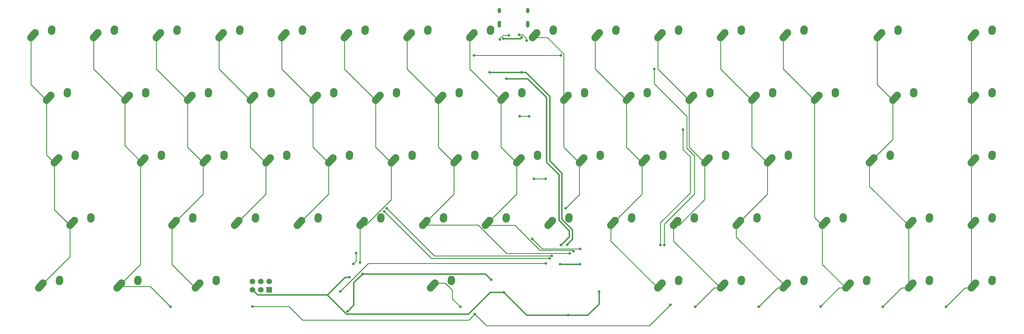
<source format=gtl>
G04 #@! TF.GenerationSoftware,KiCad,Pcbnew,(5.1.10)-1*
G04 #@! TF.CreationDate,2021-06-12T19:03:55-06:00*
G04 #@! TF.ProjectId,pcb,7063622e-6b69-4636-9164-5f7063625858,rev?*
G04 #@! TF.SameCoordinates,Original*
G04 #@! TF.FileFunction,Copper,L1,Top*
G04 #@! TF.FilePolarity,Positive*
%FSLAX46Y46*%
G04 Gerber Fmt 4.6, Leading zero omitted, Abs format (unit mm)*
G04 Created by KiCad (PCBNEW (5.1.10)-1) date 2021-06-12 19:03:55*
%MOMM*%
%LPD*%
G01*
G04 APERTURE LIST*
G04 #@! TA.AperFunction,ComponentPad*
%ADD10O,1.000000X2.100000*%
G04 #@! TD*
G04 #@! TA.AperFunction,ComponentPad*
%ADD11O,1.000000X1.600000*%
G04 #@! TD*
G04 #@! TA.AperFunction,ComponentPad*
%ADD12C,2.250000*%
G04 #@! TD*
G04 #@! TA.AperFunction,ComponentPad*
%ADD13R,1.700000X1.700000*%
G04 #@! TD*
G04 #@! TA.AperFunction,ComponentPad*
%ADD14C,1.700000*%
G04 #@! TD*
G04 #@! TA.AperFunction,ViaPad*
%ADD15C,0.800000*%
G04 #@! TD*
G04 #@! TA.AperFunction,Conductor*
%ADD16C,0.381000*%
G04 #@! TD*
G04 #@! TA.AperFunction,Conductor*
%ADD17C,0.254000*%
G04 #@! TD*
G04 APERTURE END LIST*
D10*
X202643075Y-82345000D03*
X211283075Y-82345000D03*
D11*
X202643075Y-78165000D03*
X211283075Y-78165000D03*
D12*
X213988275Y-84980600D03*
G04 #@! TA.AperFunction,ComponentPad*
G36*
G01*
X211926963Y-87277950D02*
X211926958Y-87277945D01*
G75*
G02*
X211840930Y-85689283I751317J837345D01*
G01*
X213150932Y-84229283D01*
G75*
G02*
X214739594Y-84143255I837345J-751317D01*
G01*
X214739594Y-84143255D01*
G75*
G02*
X214825622Y-85731917I-751317J-837345D01*
G01*
X213515620Y-87191917D01*
G75*
G02*
X211926958Y-87277945I-837345J751317D01*
G01*
G37*
G04 #@! TD.AperFunction*
X219028275Y-83900600D03*
G04 #@! TA.AperFunction,ComponentPad*
G36*
G01*
X218911758Y-85602995D02*
X218910872Y-85602934D01*
G75*
G02*
X217865941Y-84403197I77403J1122334D01*
G01*
X217905941Y-83823197D01*
G75*
G02*
X219105678Y-82778266I1122334J-77403D01*
G01*
X219105678Y-82778266D01*
G75*
G02*
X220150609Y-83978003I-77403J-1122334D01*
G01*
X220110609Y-84558003D01*
G75*
G02*
X218910872Y-85602934I-1122334J77403D01*
G01*
G37*
G04 #@! TD.AperFunction*
X347338275Y-104030601D03*
G04 #@! TA.AperFunction,ComponentPad*
G36*
G01*
X345276963Y-106327951D02*
X345276958Y-106327946D01*
G75*
G02*
X345190930Y-104739284I751317J837345D01*
G01*
X346500932Y-103279284D01*
G75*
G02*
X348089594Y-103193256I837345J-751317D01*
G01*
X348089594Y-103193256D01*
G75*
G02*
X348175622Y-104781918I-751317J-837345D01*
G01*
X346865620Y-106241918D01*
G75*
G02*
X345276958Y-106327946I-837345J751317D01*
G01*
G37*
G04 #@! TD.AperFunction*
X352378275Y-102950601D03*
G04 #@! TA.AperFunction,ComponentPad*
G36*
G01*
X352261758Y-104652996D02*
X352260872Y-104652935D01*
G75*
G02*
X351215941Y-103453198I77403J1122334D01*
G01*
X351255941Y-102873198D01*
G75*
G02*
X352455678Y-101828267I1122334J-77403D01*
G01*
X352455678Y-101828267D01*
G75*
G02*
X353500609Y-103028004I-77403J-1122334D01*
G01*
X353460609Y-103608004D01*
G75*
G02*
X352260872Y-104652935I-1122334J77403D01*
G01*
G37*
G04 #@! TD.AperFunction*
X323525275Y-104030601D03*
G04 #@! TA.AperFunction,ComponentPad*
G36*
G01*
X321463963Y-106327951D02*
X321463958Y-106327946D01*
G75*
G02*
X321377930Y-104739284I751317J837345D01*
G01*
X322687932Y-103279284D01*
G75*
G02*
X324276594Y-103193256I837345J-751317D01*
G01*
X324276594Y-103193256D01*
G75*
G02*
X324362622Y-104781918I-751317J-837345D01*
G01*
X323052620Y-106241918D01*
G75*
G02*
X321463958Y-106327946I-837345J751317D01*
G01*
G37*
G04 #@! TD.AperFunction*
X328565275Y-102950601D03*
G04 #@! TA.AperFunction,ComponentPad*
G36*
G01*
X328448758Y-104652996D02*
X328447872Y-104652935D01*
G75*
G02*
X327402941Y-103453198I77403J1122334D01*
G01*
X327442941Y-102873198D01*
G75*
G02*
X328642678Y-101828267I1122334J-77403D01*
G01*
X328642678Y-101828267D01*
G75*
G02*
X329687609Y-103028004I-77403J-1122334D01*
G01*
X329647609Y-103608004D01*
G75*
G02*
X328447872Y-104652935I-1122334J77403D01*
G01*
G37*
G04 #@! TD.AperFunction*
X347338275Y-161180760D03*
G04 #@! TA.AperFunction,ComponentPad*
G36*
G01*
X345276963Y-163478110D02*
X345276958Y-163478105D01*
G75*
G02*
X345190930Y-161889443I751317J837345D01*
G01*
X346500932Y-160429443D01*
G75*
G02*
X348089594Y-160343415I837345J-751317D01*
G01*
X348089594Y-160343415D01*
G75*
G02*
X348175622Y-161932077I-751317J-837345D01*
G01*
X346865620Y-163392077D01*
G75*
G02*
X345276958Y-163478105I-837345J751317D01*
G01*
G37*
G04 #@! TD.AperFunction*
X352378275Y-160100760D03*
G04 #@! TA.AperFunction,ComponentPad*
G36*
G01*
X352261758Y-161803155D02*
X352260872Y-161803094D01*
G75*
G02*
X351215941Y-160603357I77403J1122334D01*
G01*
X351255941Y-160023357D01*
G75*
G02*
X352455678Y-158978426I1122334J-77403D01*
G01*
X352455678Y-158978426D01*
G75*
G02*
X353500609Y-160178163I-77403J-1122334D01*
G01*
X353460609Y-160758163D01*
G75*
G02*
X352260872Y-161803094I-1122334J77403D01*
G01*
G37*
G04 #@! TD.AperFunction*
X328288275Y-161180760D03*
G04 #@! TA.AperFunction,ComponentPad*
G36*
G01*
X326226963Y-163478110D02*
X326226958Y-163478105D01*
G75*
G02*
X326140930Y-161889443I751317J837345D01*
G01*
X327450932Y-160429443D01*
G75*
G02*
X329039594Y-160343415I837345J-751317D01*
G01*
X329039594Y-160343415D01*
G75*
G02*
X329125622Y-161932077I-751317J-837345D01*
G01*
X327815620Y-163392077D01*
G75*
G02*
X326226958Y-163478105I-837345J751317D01*
G01*
G37*
G04 #@! TD.AperFunction*
X333328275Y-160100760D03*
G04 #@! TA.AperFunction,ComponentPad*
G36*
G01*
X333211758Y-161803155D02*
X333210872Y-161803094D01*
G75*
G02*
X332165941Y-160603357I77403J1122334D01*
G01*
X332205941Y-160023357D01*
G75*
G02*
X333405678Y-158978426I1122334J-77403D01*
G01*
X333405678Y-158978426D01*
G75*
G02*
X334450609Y-160178163I-77403J-1122334D01*
G01*
X334410609Y-160758163D01*
G75*
G02*
X333210872Y-161803094I-1122334J77403D01*
G01*
G37*
G04 #@! TD.AperFunction*
X309238275Y-161180760D03*
G04 #@! TA.AperFunction,ComponentPad*
G36*
G01*
X307176963Y-163478110D02*
X307176958Y-163478105D01*
G75*
G02*
X307090930Y-161889443I751317J837345D01*
G01*
X308400932Y-160429443D01*
G75*
G02*
X309989594Y-160343415I837345J-751317D01*
G01*
X309989594Y-160343415D01*
G75*
G02*
X310075622Y-161932077I-751317J-837345D01*
G01*
X308765620Y-163392077D01*
G75*
G02*
X307176958Y-163478105I-837345J751317D01*
G01*
G37*
G04 #@! TD.AperFunction*
X314278275Y-160100760D03*
G04 #@! TA.AperFunction,ComponentPad*
G36*
G01*
X314161758Y-161803155D02*
X314160872Y-161803094D01*
G75*
G02*
X313115941Y-160603357I77403J1122334D01*
G01*
X313155941Y-160023357D01*
G75*
G02*
X314355678Y-158978426I1122334J-77403D01*
G01*
X314355678Y-158978426D01*
G75*
G02*
X315400609Y-160178163I-77403J-1122334D01*
G01*
X315360609Y-160758163D01*
G75*
G02*
X314160872Y-161803094I-1122334J77403D01*
G01*
G37*
G04 #@! TD.AperFunction*
X290188275Y-161180760D03*
G04 #@! TA.AperFunction,ComponentPad*
G36*
G01*
X288126963Y-163478110D02*
X288126958Y-163478105D01*
G75*
G02*
X288040930Y-161889443I751317J837345D01*
G01*
X289350932Y-160429443D01*
G75*
G02*
X290939594Y-160343415I837345J-751317D01*
G01*
X290939594Y-160343415D01*
G75*
G02*
X291025622Y-161932077I-751317J-837345D01*
G01*
X289715620Y-163392077D01*
G75*
G02*
X288126958Y-163478105I-837345J751317D01*
G01*
G37*
G04 #@! TD.AperFunction*
X295228275Y-160100760D03*
G04 #@! TA.AperFunction,ComponentPad*
G36*
G01*
X295111758Y-161803155D02*
X295110872Y-161803094D01*
G75*
G02*
X294065941Y-160603357I77403J1122334D01*
G01*
X294105941Y-160023357D01*
G75*
G02*
X295305678Y-158978426I1122334J-77403D01*
G01*
X295305678Y-158978426D01*
G75*
G02*
X296350609Y-160178163I-77403J-1122334D01*
G01*
X296310609Y-160758163D01*
G75*
G02*
X295110872Y-161803094I-1122334J77403D01*
G01*
G37*
G04 #@! TD.AperFunction*
X271138275Y-161180760D03*
G04 #@! TA.AperFunction,ComponentPad*
G36*
G01*
X269076963Y-163478110D02*
X269076958Y-163478105D01*
G75*
G02*
X268990930Y-161889443I751317J837345D01*
G01*
X270300932Y-160429443D01*
G75*
G02*
X271889594Y-160343415I837345J-751317D01*
G01*
X271889594Y-160343415D01*
G75*
G02*
X271975622Y-161932077I-751317J-837345D01*
G01*
X270665620Y-163392077D01*
G75*
G02*
X269076958Y-163478105I-837345J751317D01*
G01*
G37*
G04 #@! TD.AperFunction*
X276178275Y-160100760D03*
G04 #@! TA.AperFunction,ComponentPad*
G36*
G01*
X276061758Y-161803155D02*
X276060872Y-161803094D01*
G75*
G02*
X275015941Y-160603357I77403J1122334D01*
G01*
X275055941Y-160023357D01*
G75*
G02*
X276255678Y-158978426I1122334J-77403D01*
G01*
X276255678Y-158978426D01*
G75*
G02*
X277300609Y-160178163I-77403J-1122334D01*
G01*
X277260609Y-160758163D01*
G75*
G02*
X276060872Y-161803094I-1122334J77403D01*
G01*
G37*
G04 #@! TD.AperFunction*
X252088275Y-161180760D03*
G04 #@! TA.AperFunction,ComponentPad*
G36*
G01*
X250026963Y-163478110D02*
X250026958Y-163478105D01*
G75*
G02*
X249940930Y-161889443I751317J837345D01*
G01*
X251250932Y-160429443D01*
G75*
G02*
X252839594Y-160343415I837345J-751317D01*
G01*
X252839594Y-160343415D01*
G75*
G02*
X252925622Y-161932077I-751317J-837345D01*
G01*
X251615620Y-163392077D01*
G75*
G02*
X250026958Y-163478105I-837345J751317D01*
G01*
G37*
G04 #@! TD.AperFunction*
X257128275Y-160100760D03*
G04 #@! TA.AperFunction,ComponentPad*
G36*
G01*
X257011758Y-161803155D02*
X257010872Y-161803094D01*
G75*
G02*
X255965941Y-160603357I77403J1122334D01*
G01*
X256005941Y-160023357D01*
G75*
G02*
X257205678Y-158978426I1122334J-77403D01*
G01*
X257205678Y-158978426D01*
G75*
G02*
X258250609Y-160178163I-77403J-1122334D01*
G01*
X258210609Y-160758163D01*
G75*
G02*
X257010872Y-161803094I-1122334J77403D01*
G01*
G37*
G04 #@! TD.AperFunction*
X183030275Y-161180760D03*
G04 #@! TA.AperFunction,ComponentPad*
G36*
G01*
X180968963Y-163478110D02*
X180968958Y-163478105D01*
G75*
G02*
X180882930Y-161889443I751317J837345D01*
G01*
X182192932Y-160429443D01*
G75*
G02*
X183781594Y-160343415I837345J-751317D01*
G01*
X183781594Y-160343415D01*
G75*
G02*
X183867622Y-161932077I-751317J-837345D01*
G01*
X182557620Y-163392077D01*
G75*
G02*
X180968958Y-163478105I-837345J751317D01*
G01*
G37*
G04 #@! TD.AperFunction*
X188070275Y-160100760D03*
G04 #@! TA.AperFunction,ComponentPad*
G36*
G01*
X187953758Y-161803155D02*
X187952872Y-161803094D01*
G75*
G02*
X186907941Y-160603357I77403J1122334D01*
G01*
X186947941Y-160023357D01*
G75*
G02*
X188147678Y-158978426I1122334J-77403D01*
G01*
X188147678Y-158978426D01*
G75*
G02*
X189192609Y-160178163I-77403J-1122334D01*
G01*
X189152609Y-160758163D01*
G75*
G02*
X187952872Y-161803094I-1122334J77403D01*
G01*
G37*
G04 #@! TD.AperFunction*
X111594275Y-161180760D03*
G04 #@! TA.AperFunction,ComponentPad*
G36*
G01*
X109532963Y-163478110D02*
X109532958Y-163478105D01*
G75*
G02*
X109446930Y-161889443I751317J837345D01*
G01*
X110756932Y-160429443D01*
G75*
G02*
X112345594Y-160343415I837345J-751317D01*
G01*
X112345594Y-160343415D01*
G75*
G02*
X112431622Y-161932077I-751317J-837345D01*
G01*
X111121620Y-163392077D01*
G75*
G02*
X109532958Y-163478105I-837345J751317D01*
G01*
G37*
G04 #@! TD.AperFunction*
X116634275Y-160100760D03*
G04 #@! TA.AperFunction,ComponentPad*
G36*
G01*
X116517758Y-161803155D02*
X116516872Y-161803094D01*
G75*
G02*
X115471941Y-160603357I77403J1122334D01*
G01*
X115511941Y-160023357D01*
G75*
G02*
X116711678Y-158978426I1122334J-77403D01*
G01*
X116711678Y-158978426D01*
G75*
G02*
X117756609Y-160178163I-77403J-1122334D01*
G01*
X117716609Y-160758163D01*
G75*
G02*
X116516872Y-161803094I-1122334J77403D01*
G01*
G37*
G04 #@! TD.AperFunction*
X87780275Y-161180760D03*
G04 #@! TA.AperFunction,ComponentPad*
G36*
G01*
X85718963Y-163478110D02*
X85718958Y-163478105D01*
G75*
G02*
X85632930Y-161889443I751317J837345D01*
G01*
X86942932Y-160429443D01*
G75*
G02*
X88531594Y-160343415I837345J-751317D01*
G01*
X88531594Y-160343415D01*
G75*
G02*
X88617622Y-161932077I-751317J-837345D01*
G01*
X87307620Y-163392077D01*
G75*
G02*
X85718958Y-163478105I-837345J751317D01*
G01*
G37*
G04 #@! TD.AperFunction*
X92820275Y-160100760D03*
G04 #@! TA.AperFunction,ComponentPad*
G36*
G01*
X92703758Y-161803155D02*
X92702872Y-161803094D01*
G75*
G02*
X91657941Y-160603357I77403J1122334D01*
G01*
X91697941Y-160023357D01*
G75*
G02*
X92897678Y-158978426I1122334J-77403D01*
G01*
X92897678Y-158978426D01*
G75*
G02*
X93942609Y-160178163I-77403J-1122334D01*
G01*
X93902609Y-160758163D01*
G75*
G02*
X92702872Y-161803094I-1122334J77403D01*
G01*
G37*
G04 #@! TD.AperFunction*
X63969185Y-161180760D03*
G04 #@! TA.AperFunction,ComponentPad*
G36*
G01*
X61907873Y-163478110D02*
X61907868Y-163478105D01*
G75*
G02*
X61821840Y-161889443I751317J837345D01*
G01*
X63131842Y-160429443D01*
G75*
G02*
X64720504Y-160343415I837345J-751317D01*
G01*
X64720504Y-160343415D01*
G75*
G02*
X64806532Y-161932077I-751317J-837345D01*
G01*
X63496530Y-163392077D01*
G75*
G02*
X61907868Y-163478105I-837345J751317D01*
G01*
G37*
G04 #@! TD.AperFunction*
X69009185Y-160100760D03*
G04 #@! TA.AperFunction,ComponentPad*
G36*
G01*
X68892668Y-161803155D02*
X68891782Y-161803094D01*
G75*
G02*
X67846851Y-160603357I77403J1122334D01*
G01*
X67886851Y-160023357D01*
G75*
G02*
X69086588Y-158978426I1122334J-77403D01*
G01*
X69086588Y-158978426D01*
G75*
G02*
X70131519Y-160178163I-77403J-1122334D01*
G01*
X70091519Y-160758163D01*
G75*
G02*
X68891782Y-161803094I-1122334J77403D01*
G01*
G37*
G04 #@! TD.AperFunction*
X347338275Y-142130800D03*
G04 #@! TA.AperFunction,ComponentPad*
G36*
G01*
X345276963Y-144428150D02*
X345276958Y-144428145D01*
G75*
G02*
X345190930Y-142839483I751317J837345D01*
G01*
X346500932Y-141379483D01*
G75*
G02*
X348089594Y-141293455I837345J-751317D01*
G01*
X348089594Y-141293455D01*
G75*
G02*
X348175622Y-142882117I-751317J-837345D01*
G01*
X346865620Y-144342117D01*
G75*
G02*
X345276958Y-144428145I-837345J751317D01*
G01*
G37*
G04 #@! TD.AperFunction*
X352378275Y-141050800D03*
G04 #@! TA.AperFunction,ComponentPad*
G36*
G01*
X352261758Y-142753195D02*
X352260872Y-142753134D01*
G75*
G02*
X351215941Y-141553397I77403J1122334D01*
G01*
X351255941Y-140973397D01*
G75*
G02*
X352455678Y-139928466I1122334J-77403D01*
G01*
X352455678Y-139928466D01*
G75*
G02*
X353500609Y-141128203I-77403J-1122334D01*
G01*
X353460609Y-141708203D01*
G75*
G02*
X352260872Y-142753134I-1122334J77403D01*
G01*
G37*
G04 #@! TD.AperFunction*
X328288275Y-142130800D03*
G04 #@! TA.AperFunction,ComponentPad*
G36*
G01*
X326226963Y-144428150D02*
X326226958Y-144428145D01*
G75*
G02*
X326140930Y-142839483I751317J837345D01*
G01*
X327450932Y-141379483D01*
G75*
G02*
X329039594Y-141293455I837345J-751317D01*
G01*
X329039594Y-141293455D01*
G75*
G02*
X329125622Y-142882117I-751317J-837345D01*
G01*
X327815620Y-144342117D01*
G75*
G02*
X326226958Y-144428145I-837345J751317D01*
G01*
G37*
G04 #@! TD.AperFunction*
X333328275Y-141050800D03*
G04 #@! TA.AperFunction,ComponentPad*
G36*
G01*
X333211758Y-142753195D02*
X333210872Y-142753134D01*
G75*
G02*
X332165941Y-141553397I77403J1122334D01*
G01*
X332205941Y-140973397D01*
G75*
G02*
X333405678Y-139928466I1122334J-77403D01*
G01*
X333405678Y-139928466D01*
G75*
G02*
X334450609Y-141128203I-77403J-1122334D01*
G01*
X334410609Y-141708203D01*
G75*
G02*
X333210872Y-142753134I-1122334J77403D01*
G01*
G37*
G04 #@! TD.AperFunction*
X302094274Y-142130800D03*
G04 #@! TA.AperFunction,ComponentPad*
G36*
G01*
X300032962Y-144428150D02*
X300032957Y-144428145D01*
G75*
G02*
X299946929Y-142839483I751317J837345D01*
G01*
X301256931Y-141379483D01*
G75*
G02*
X302845593Y-141293455I837345J-751317D01*
G01*
X302845593Y-141293455D01*
G75*
G02*
X302931621Y-142882117I-751317J-837345D01*
G01*
X301621619Y-144342117D01*
G75*
G02*
X300032957Y-144428145I-837345J751317D01*
G01*
G37*
G04 #@! TD.AperFunction*
X307134274Y-141050800D03*
G04 #@! TA.AperFunction,ComponentPad*
G36*
G01*
X307017757Y-142753195D02*
X307016871Y-142753134D01*
G75*
G02*
X305971940Y-141553397I77403J1122334D01*
G01*
X306011940Y-140973397D01*
G75*
G02*
X307211677Y-139928466I1122334J-77403D01*
G01*
X307211677Y-139928466D01*
G75*
G02*
X308256608Y-141128203I-77403J-1122334D01*
G01*
X308216608Y-141708203D01*
G75*
G02*
X307016871Y-142753134I-1122334J77403D01*
G01*
G37*
G04 #@! TD.AperFunction*
X275900275Y-142130800D03*
G04 #@! TA.AperFunction,ComponentPad*
G36*
G01*
X273838963Y-144428150D02*
X273838958Y-144428145D01*
G75*
G02*
X273752930Y-142839483I751317J837345D01*
G01*
X275062932Y-141379483D01*
G75*
G02*
X276651594Y-141293455I837345J-751317D01*
G01*
X276651594Y-141293455D01*
G75*
G02*
X276737622Y-142882117I-751317J-837345D01*
G01*
X275427620Y-144342117D01*
G75*
G02*
X273838958Y-144428145I-837345J751317D01*
G01*
G37*
G04 #@! TD.AperFunction*
X280940275Y-141050800D03*
G04 #@! TA.AperFunction,ComponentPad*
G36*
G01*
X280823758Y-142753195D02*
X280822872Y-142753134D01*
G75*
G02*
X279777941Y-141553397I77403J1122334D01*
G01*
X279817941Y-140973397D01*
G75*
G02*
X281017678Y-139928466I1122334J-77403D01*
G01*
X281017678Y-139928466D01*
G75*
G02*
X282062609Y-141128203I-77403J-1122334D01*
G01*
X282022609Y-141708203D01*
G75*
G02*
X280822872Y-142753134I-1122334J77403D01*
G01*
G37*
G04 #@! TD.AperFunction*
X256850275Y-142130800D03*
G04 #@! TA.AperFunction,ComponentPad*
G36*
G01*
X254788963Y-144428150D02*
X254788958Y-144428145D01*
G75*
G02*
X254702930Y-142839483I751317J837345D01*
G01*
X256012932Y-141379483D01*
G75*
G02*
X257601594Y-141293455I837345J-751317D01*
G01*
X257601594Y-141293455D01*
G75*
G02*
X257687622Y-142882117I-751317J-837345D01*
G01*
X256377620Y-144342117D01*
G75*
G02*
X254788958Y-144428145I-837345J751317D01*
G01*
G37*
G04 #@! TD.AperFunction*
X261890275Y-141050800D03*
G04 #@! TA.AperFunction,ComponentPad*
G36*
G01*
X261773758Y-142753195D02*
X261772872Y-142753134D01*
G75*
G02*
X260727941Y-141553397I77403J1122334D01*
G01*
X260767941Y-140973397D01*
G75*
G02*
X261967678Y-139928466I1122334J-77403D01*
G01*
X261967678Y-139928466D01*
G75*
G02*
X263012609Y-141128203I-77403J-1122334D01*
G01*
X262972609Y-141708203D01*
G75*
G02*
X261772872Y-142753134I-1122334J77403D01*
G01*
G37*
G04 #@! TD.AperFunction*
X237800275Y-142130800D03*
G04 #@! TA.AperFunction,ComponentPad*
G36*
G01*
X235738963Y-144428150D02*
X235738958Y-144428145D01*
G75*
G02*
X235652930Y-142839483I751317J837345D01*
G01*
X236962932Y-141379483D01*
G75*
G02*
X238551594Y-141293455I837345J-751317D01*
G01*
X238551594Y-141293455D01*
G75*
G02*
X238637622Y-142882117I-751317J-837345D01*
G01*
X237327620Y-144342117D01*
G75*
G02*
X235738958Y-144428145I-837345J751317D01*
G01*
G37*
G04 #@! TD.AperFunction*
X242840275Y-141050800D03*
G04 #@! TA.AperFunction,ComponentPad*
G36*
G01*
X242723758Y-142753195D02*
X242722872Y-142753134D01*
G75*
G02*
X241677941Y-141553397I77403J1122334D01*
G01*
X241717941Y-140973397D01*
G75*
G02*
X242917678Y-139928466I1122334J-77403D01*
G01*
X242917678Y-139928466D01*
G75*
G02*
X243962609Y-141128203I-77403J-1122334D01*
G01*
X243922609Y-141708203D01*
G75*
G02*
X242722872Y-142753134I-1122334J77403D01*
G01*
G37*
G04 #@! TD.AperFunction*
X218750275Y-142130800D03*
G04 #@! TA.AperFunction,ComponentPad*
G36*
G01*
X216688963Y-144428150D02*
X216688958Y-144428145D01*
G75*
G02*
X216602930Y-142839483I751317J837345D01*
G01*
X217912932Y-141379483D01*
G75*
G02*
X219501594Y-141293455I837345J-751317D01*
G01*
X219501594Y-141293455D01*
G75*
G02*
X219587622Y-142882117I-751317J-837345D01*
G01*
X218277620Y-144342117D01*
G75*
G02*
X216688958Y-144428145I-837345J751317D01*
G01*
G37*
G04 #@! TD.AperFunction*
X223790275Y-141050800D03*
G04 #@! TA.AperFunction,ComponentPad*
G36*
G01*
X223673758Y-142753195D02*
X223672872Y-142753134D01*
G75*
G02*
X222627941Y-141553397I77403J1122334D01*
G01*
X222667941Y-140973397D01*
G75*
G02*
X223867678Y-139928466I1122334J-77403D01*
G01*
X223867678Y-139928466D01*
G75*
G02*
X224912609Y-141128203I-77403J-1122334D01*
G01*
X224872609Y-141708203D01*
G75*
G02*
X223672872Y-142753134I-1122334J77403D01*
G01*
G37*
G04 #@! TD.AperFunction*
X199700275Y-142130800D03*
G04 #@! TA.AperFunction,ComponentPad*
G36*
G01*
X197638963Y-144428150D02*
X197638958Y-144428145D01*
G75*
G02*
X197552930Y-142839483I751317J837345D01*
G01*
X198862932Y-141379483D01*
G75*
G02*
X200451594Y-141293455I837345J-751317D01*
G01*
X200451594Y-141293455D01*
G75*
G02*
X200537622Y-142882117I-751317J-837345D01*
G01*
X199227620Y-144342117D01*
G75*
G02*
X197638958Y-144428145I-837345J751317D01*
G01*
G37*
G04 #@! TD.AperFunction*
X204740275Y-141050800D03*
G04 #@! TA.AperFunction,ComponentPad*
G36*
G01*
X204623758Y-142753195D02*
X204622872Y-142753134D01*
G75*
G02*
X203577941Y-141553397I77403J1122334D01*
G01*
X203617941Y-140973397D01*
G75*
G02*
X204817678Y-139928466I1122334J-77403D01*
G01*
X204817678Y-139928466D01*
G75*
G02*
X205862609Y-141128203I-77403J-1122334D01*
G01*
X205822609Y-141708203D01*
G75*
G02*
X204622872Y-142753134I-1122334J77403D01*
G01*
G37*
G04 #@! TD.AperFunction*
X180650275Y-142130800D03*
G04 #@! TA.AperFunction,ComponentPad*
G36*
G01*
X178588963Y-144428150D02*
X178588958Y-144428145D01*
G75*
G02*
X178502930Y-142839483I751317J837345D01*
G01*
X179812932Y-141379483D01*
G75*
G02*
X181401594Y-141293455I837345J-751317D01*
G01*
X181401594Y-141293455D01*
G75*
G02*
X181487622Y-142882117I-751317J-837345D01*
G01*
X180177620Y-144342117D01*
G75*
G02*
X178588958Y-144428145I-837345J751317D01*
G01*
G37*
G04 #@! TD.AperFunction*
X185690275Y-141050800D03*
G04 #@! TA.AperFunction,ComponentPad*
G36*
G01*
X185573758Y-142753195D02*
X185572872Y-142753134D01*
G75*
G02*
X184527941Y-141553397I77403J1122334D01*
G01*
X184567941Y-140973397D01*
G75*
G02*
X185767678Y-139928466I1122334J-77403D01*
G01*
X185767678Y-139928466D01*
G75*
G02*
X186812609Y-141128203I-77403J-1122334D01*
G01*
X186772609Y-141708203D01*
G75*
G02*
X185572872Y-142753134I-1122334J77403D01*
G01*
G37*
G04 #@! TD.AperFunction*
X161600275Y-142130800D03*
G04 #@! TA.AperFunction,ComponentPad*
G36*
G01*
X159538963Y-144428150D02*
X159538958Y-144428145D01*
G75*
G02*
X159452930Y-142839483I751317J837345D01*
G01*
X160762932Y-141379483D01*
G75*
G02*
X162351594Y-141293455I837345J-751317D01*
G01*
X162351594Y-141293455D01*
G75*
G02*
X162437622Y-142882117I-751317J-837345D01*
G01*
X161127620Y-144342117D01*
G75*
G02*
X159538958Y-144428145I-837345J751317D01*
G01*
G37*
G04 #@! TD.AperFunction*
X166640275Y-141050800D03*
G04 #@! TA.AperFunction,ComponentPad*
G36*
G01*
X166523758Y-142753195D02*
X166522872Y-142753134D01*
G75*
G02*
X165477941Y-141553397I77403J1122334D01*
G01*
X165517941Y-140973397D01*
G75*
G02*
X166717678Y-139928466I1122334J-77403D01*
G01*
X166717678Y-139928466D01*
G75*
G02*
X167762609Y-141128203I-77403J-1122334D01*
G01*
X167722609Y-141708203D01*
G75*
G02*
X166522872Y-142753134I-1122334J77403D01*
G01*
G37*
G04 #@! TD.AperFunction*
X142550475Y-142130800D03*
G04 #@! TA.AperFunction,ComponentPad*
G36*
G01*
X140489163Y-144428150D02*
X140489158Y-144428145D01*
G75*
G02*
X140403130Y-142839483I751317J837345D01*
G01*
X141713132Y-141379483D01*
G75*
G02*
X143301794Y-141293455I837345J-751317D01*
G01*
X143301794Y-141293455D01*
G75*
G02*
X143387822Y-142882117I-751317J-837345D01*
G01*
X142077820Y-144342117D01*
G75*
G02*
X140489158Y-144428145I-837345J751317D01*
G01*
G37*
G04 #@! TD.AperFunction*
X147590475Y-141050800D03*
G04 #@! TA.AperFunction,ComponentPad*
G36*
G01*
X147473958Y-142753195D02*
X147473072Y-142753134D01*
G75*
G02*
X146428141Y-141553397I77403J1122334D01*
G01*
X146468141Y-140973397D01*
G75*
G02*
X147667878Y-139928466I1122334J-77403D01*
G01*
X147667878Y-139928466D01*
G75*
G02*
X148712809Y-141128203I-77403J-1122334D01*
G01*
X148672809Y-141708203D01*
G75*
G02*
X147473072Y-142753134I-1122334J77403D01*
G01*
G37*
G04 #@! TD.AperFunction*
X123500475Y-142130800D03*
G04 #@! TA.AperFunction,ComponentPad*
G36*
G01*
X121439163Y-144428150D02*
X121439158Y-144428145D01*
G75*
G02*
X121353130Y-142839483I751317J837345D01*
G01*
X122663132Y-141379483D01*
G75*
G02*
X124251794Y-141293455I837345J-751317D01*
G01*
X124251794Y-141293455D01*
G75*
G02*
X124337822Y-142882117I-751317J-837345D01*
G01*
X123027820Y-144342117D01*
G75*
G02*
X121439158Y-144428145I-837345J751317D01*
G01*
G37*
G04 #@! TD.AperFunction*
X128540475Y-141050800D03*
G04 #@! TA.AperFunction,ComponentPad*
G36*
G01*
X128423958Y-142753195D02*
X128423072Y-142753134D01*
G75*
G02*
X127378141Y-141553397I77403J1122334D01*
G01*
X127418141Y-140973397D01*
G75*
G02*
X128617878Y-139928466I1122334J-77403D01*
G01*
X128617878Y-139928466D01*
G75*
G02*
X129662809Y-141128203I-77403J-1122334D01*
G01*
X129622809Y-141708203D01*
G75*
G02*
X128423072Y-142753134I-1122334J77403D01*
G01*
G37*
G04 #@! TD.AperFunction*
X104450475Y-142130800D03*
G04 #@! TA.AperFunction,ComponentPad*
G36*
G01*
X102389163Y-144428150D02*
X102389158Y-144428145D01*
G75*
G02*
X102303130Y-142839483I751317J837345D01*
G01*
X103613132Y-141379483D01*
G75*
G02*
X105201794Y-141293455I837345J-751317D01*
G01*
X105201794Y-141293455D01*
G75*
G02*
X105287822Y-142882117I-751317J-837345D01*
G01*
X103977820Y-144342117D01*
G75*
G02*
X102389158Y-144428145I-837345J751317D01*
G01*
G37*
G04 #@! TD.AperFunction*
X109490475Y-141050800D03*
G04 #@! TA.AperFunction,ComponentPad*
G36*
G01*
X109373958Y-142753195D02*
X109373072Y-142753134D01*
G75*
G02*
X108328141Y-141553397I77403J1122334D01*
G01*
X108368141Y-140973397D01*
G75*
G02*
X109567878Y-139928466I1122334J-77403D01*
G01*
X109567878Y-139928466D01*
G75*
G02*
X110612809Y-141128203I-77403J-1122334D01*
G01*
X110572809Y-141708203D01*
G75*
G02*
X109373072Y-142753134I-1122334J77403D01*
G01*
G37*
G04 #@! TD.AperFunction*
X73494175Y-142130800D03*
G04 #@! TA.AperFunction,ComponentPad*
G36*
G01*
X71432863Y-144428150D02*
X71432858Y-144428145D01*
G75*
G02*
X71346830Y-142839483I751317J837345D01*
G01*
X72656832Y-141379483D01*
G75*
G02*
X74245494Y-141293455I837345J-751317D01*
G01*
X74245494Y-141293455D01*
G75*
G02*
X74331522Y-142882117I-751317J-837345D01*
G01*
X73021520Y-144342117D01*
G75*
G02*
X71432858Y-144428145I-837345J751317D01*
G01*
G37*
G04 #@! TD.AperFunction*
X78534175Y-141050800D03*
G04 #@! TA.AperFunction,ComponentPad*
G36*
G01*
X78417658Y-142753195D02*
X78416772Y-142753134D01*
G75*
G02*
X77371841Y-141553397I77403J1122334D01*
G01*
X77411841Y-140973397D01*
G75*
G02*
X78611578Y-139928466I1122334J-77403D01*
G01*
X78611578Y-139928466D01*
G75*
G02*
X79656509Y-141128203I-77403J-1122334D01*
G01*
X79616509Y-141708203D01*
G75*
G02*
X78416772Y-142753134I-1122334J77403D01*
G01*
G37*
G04 #@! TD.AperFunction*
X347338275Y-123080601D03*
G04 #@! TA.AperFunction,ComponentPad*
G36*
G01*
X345276963Y-125377951D02*
X345276958Y-125377946D01*
G75*
G02*
X345190930Y-123789284I751317J837345D01*
G01*
X346500932Y-122329284D01*
G75*
G02*
X348089594Y-122243256I837345J-751317D01*
G01*
X348089594Y-122243256D01*
G75*
G02*
X348175622Y-123831918I-751317J-837345D01*
G01*
X346865620Y-125291918D01*
G75*
G02*
X345276958Y-125377946I-837345J751317D01*
G01*
G37*
G04 #@! TD.AperFunction*
X352378275Y-122000601D03*
G04 #@! TA.AperFunction,ComponentPad*
G36*
G01*
X352261758Y-123702996D02*
X352260872Y-123702935D01*
G75*
G02*
X351215941Y-122503198I77403J1122334D01*
G01*
X351255941Y-121923198D01*
G75*
G02*
X352455678Y-120878267I1122334J-77403D01*
G01*
X352455678Y-120878267D01*
G75*
G02*
X353500609Y-122078004I-77403J-1122334D01*
G01*
X353460609Y-122658004D01*
G75*
G02*
X352260872Y-123702935I-1122334J77403D01*
G01*
G37*
G04 #@! TD.AperFunction*
X316380275Y-123080601D03*
G04 #@! TA.AperFunction,ComponentPad*
G36*
G01*
X314318963Y-125377951D02*
X314318958Y-125377946D01*
G75*
G02*
X314232930Y-123789284I751317J837345D01*
G01*
X315542932Y-122329284D01*
G75*
G02*
X317131594Y-122243256I837345J-751317D01*
G01*
X317131594Y-122243256D01*
G75*
G02*
X317217622Y-123831918I-751317J-837345D01*
G01*
X315907620Y-125291918D01*
G75*
G02*
X314318958Y-125377946I-837345J751317D01*
G01*
G37*
G04 #@! TD.AperFunction*
X321420275Y-122000601D03*
G04 #@! TA.AperFunction,ComponentPad*
G36*
G01*
X321303758Y-123702996D02*
X321302872Y-123702935D01*
G75*
G02*
X320257941Y-122503198I77403J1122334D01*
G01*
X320297941Y-121923198D01*
G75*
G02*
X321497678Y-120878267I1122334J-77403D01*
G01*
X321497678Y-120878267D01*
G75*
G02*
X322542609Y-122078004I-77403J-1122334D01*
G01*
X322502609Y-122658004D01*
G75*
G02*
X321302872Y-123702935I-1122334J77403D01*
G01*
G37*
G04 #@! TD.AperFunction*
X285425275Y-123080601D03*
G04 #@! TA.AperFunction,ComponentPad*
G36*
G01*
X283363963Y-125377951D02*
X283363958Y-125377946D01*
G75*
G02*
X283277930Y-123789284I751317J837345D01*
G01*
X284587932Y-122329284D01*
G75*
G02*
X286176594Y-122243256I837345J-751317D01*
G01*
X286176594Y-122243256D01*
G75*
G02*
X286262622Y-123831918I-751317J-837345D01*
G01*
X284952620Y-125291918D01*
G75*
G02*
X283363958Y-125377946I-837345J751317D01*
G01*
G37*
G04 #@! TD.AperFunction*
X290465275Y-122000601D03*
G04 #@! TA.AperFunction,ComponentPad*
G36*
G01*
X290348758Y-123702996D02*
X290347872Y-123702935D01*
G75*
G02*
X289302941Y-122503198I77403J1122334D01*
G01*
X289342941Y-121923198D01*
G75*
G02*
X290542678Y-120878267I1122334J-77403D01*
G01*
X290542678Y-120878267D01*
G75*
G02*
X291587609Y-122078004I-77403J-1122334D01*
G01*
X291547609Y-122658004D01*
G75*
G02*
X290347872Y-123702935I-1122334J77403D01*
G01*
G37*
G04 #@! TD.AperFunction*
G04 #@! TA.AperFunction,ComponentPad*
G36*
G01*
X271298758Y-123702996D02*
X271297872Y-123702935D01*
G75*
G02*
X270252941Y-122503198I77403J1122334D01*
G01*
X270292941Y-121923198D01*
G75*
G02*
X271492678Y-120878267I1122334J-77403D01*
G01*
X271492678Y-120878267D01*
G75*
G02*
X272537609Y-122078004I-77403J-1122334D01*
G01*
X272497609Y-122658004D01*
G75*
G02*
X271297872Y-123702935I-1122334J77403D01*
G01*
G37*
G04 #@! TD.AperFunction*
X271415275Y-122000601D03*
G04 #@! TA.AperFunction,ComponentPad*
G36*
G01*
X264313963Y-125377951D02*
X264313958Y-125377946D01*
G75*
G02*
X264227930Y-123789284I751317J837345D01*
G01*
X265537932Y-122329284D01*
G75*
G02*
X267126594Y-122243256I837345J-751317D01*
G01*
X267126594Y-122243256D01*
G75*
G02*
X267212622Y-123831918I-751317J-837345D01*
G01*
X265902620Y-125291918D01*
G75*
G02*
X264313958Y-125377946I-837345J751317D01*
G01*
G37*
G04 #@! TD.AperFunction*
X266375275Y-123080601D03*
X247325275Y-123080601D03*
G04 #@! TA.AperFunction,ComponentPad*
G36*
G01*
X245263963Y-125377951D02*
X245263958Y-125377946D01*
G75*
G02*
X245177930Y-123789284I751317J837345D01*
G01*
X246487932Y-122329284D01*
G75*
G02*
X248076594Y-122243256I837345J-751317D01*
G01*
X248076594Y-122243256D01*
G75*
G02*
X248162622Y-123831918I-751317J-837345D01*
G01*
X246852620Y-125291918D01*
G75*
G02*
X245263958Y-125377946I-837345J751317D01*
G01*
G37*
G04 #@! TD.AperFunction*
X252365275Y-122000601D03*
G04 #@! TA.AperFunction,ComponentPad*
G36*
G01*
X252248758Y-123702996D02*
X252247872Y-123702935D01*
G75*
G02*
X251202941Y-122503198I77403J1122334D01*
G01*
X251242941Y-121923198D01*
G75*
G02*
X252442678Y-120878267I1122334J-77403D01*
G01*
X252442678Y-120878267D01*
G75*
G02*
X253487609Y-122078004I-77403J-1122334D01*
G01*
X253447609Y-122658004D01*
G75*
G02*
X252247872Y-123702935I-1122334J77403D01*
G01*
G37*
G04 #@! TD.AperFunction*
X228275275Y-123080601D03*
G04 #@! TA.AperFunction,ComponentPad*
G36*
G01*
X226213963Y-125377951D02*
X226213958Y-125377946D01*
G75*
G02*
X226127930Y-123789284I751317J837345D01*
G01*
X227437932Y-122329284D01*
G75*
G02*
X229026594Y-122243256I837345J-751317D01*
G01*
X229026594Y-122243256D01*
G75*
G02*
X229112622Y-123831918I-751317J-837345D01*
G01*
X227802620Y-125291918D01*
G75*
G02*
X226213958Y-125377946I-837345J751317D01*
G01*
G37*
G04 #@! TD.AperFunction*
X233315275Y-122000601D03*
G04 #@! TA.AperFunction,ComponentPad*
G36*
G01*
X233198758Y-123702996D02*
X233197872Y-123702935D01*
G75*
G02*
X232152941Y-122503198I77403J1122334D01*
G01*
X232192941Y-121923198D01*
G75*
G02*
X233392678Y-120878267I1122334J-77403D01*
G01*
X233392678Y-120878267D01*
G75*
G02*
X234437609Y-122078004I-77403J-1122334D01*
G01*
X234397609Y-122658004D01*
G75*
G02*
X233197872Y-123702935I-1122334J77403D01*
G01*
G37*
G04 #@! TD.AperFunction*
X209225275Y-123080601D03*
G04 #@! TA.AperFunction,ComponentPad*
G36*
G01*
X207163963Y-125377951D02*
X207163958Y-125377946D01*
G75*
G02*
X207077930Y-123789284I751317J837345D01*
G01*
X208387932Y-122329284D01*
G75*
G02*
X209976594Y-122243256I837345J-751317D01*
G01*
X209976594Y-122243256D01*
G75*
G02*
X210062622Y-123831918I-751317J-837345D01*
G01*
X208752620Y-125291918D01*
G75*
G02*
X207163958Y-125377946I-837345J751317D01*
G01*
G37*
G04 #@! TD.AperFunction*
X214265275Y-122000601D03*
G04 #@! TA.AperFunction,ComponentPad*
G36*
G01*
X214148758Y-123702996D02*
X214147872Y-123702935D01*
G75*
G02*
X213102941Y-122503198I77403J1122334D01*
G01*
X213142941Y-121923198D01*
G75*
G02*
X214342678Y-120878267I1122334J-77403D01*
G01*
X214342678Y-120878267D01*
G75*
G02*
X215387609Y-122078004I-77403J-1122334D01*
G01*
X215347609Y-122658004D01*
G75*
G02*
X214147872Y-123702935I-1122334J77403D01*
G01*
G37*
G04 #@! TD.AperFunction*
X190175275Y-123080601D03*
G04 #@! TA.AperFunction,ComponentPad*
G36*
G01*
X188113963Y-125377951D02*
X188113958Y-125377946D01*
G75*
G02*
X188027930Y-123789284I751317J837345D01*
G01*
X189337932Y-122329284D01*
G75*
G02*
X190926594Y-122243256I837345J-751317D01*
G01*
X190926594Y-122243256D01*
G75*
G02*
X191012622Y-123831918I-751317J-837345D01*
G01*
X189702620Y-125291918D01*
G75*
G02*
X188113958Y-125377946I-837345J751317D01*
G01*
G37*
G04 #@! TD.AperFunction*
X195215275Y-122000601D03*
G04 #@! TA.AperFunction,ComponentPad*
G36*
G01*
X195098758Y-123702996D02*
X195097872Y-123702935D01*
G75*
G02*
X194052941Y-122503198I77403J1122334D01*
G01*
X194092941Y-121923198D01*
G75*
G02*
X195292678Y-120878267I1122334J-77403D01*
G01*
X195292678Y-120878267D01*
G75*
G02*
X196337609Y-122078004I-77403J-1122334D01*
G01*
X196297609Y-122658004D01*
G75*
G02*
X195097872Y-123702935I-1122334J77403D01*
G01*
G37*
G04 #@! TD.AperFunction*
X171125274Y-123080601D03*
G04 #@! TA.AperFunction,ComponentPad*
G36*
G01*
X169063962Y-125377951D02*
X169063957Y-125377946D01*
G75*
G02*
X168977929Y-123789284I751317J837345D01*
G01*
X170287931Y-122329284D01*
G75*
G02*
X171876593Y-122243256I837345J-751317D01*
G01*
X171876593Y-122243256D01*
G75*
G02*
X171962621Y-123831918I-751317J-837345D01*
G01*
X170652619Y-125291918D01*
G75*
G02*
X169063957Y-125377946I-837345J751317D01*
G01*
G37*
G04 #@! TD.AperFunction*
X176165274Y-122000601D03*
G04 #@! TA.AperFunction,ComponentPad*
G36*
G01*
X176048757Y-123702996D02*
X176047871Y-123702935D01*
G75*
G02*
X175002940Y-122503198I77403J1122334D01*
G01*
X175042940Y-121923198D01*
G75*
G02*
X176242677Y-120878267I1122334J-77403D01*
G01*
X176242677Y-120878267D01*
G75*
G02*
X177287608Y-122078004I-77403J-1122334D01*
G01*
X177247608Y-122658004D01*
G75*
G02*
X176047871Y-123702935I-1122334J77403D01*
G01*
G37*
G04 #@! TD.AperFunction*
X152075475Y-123080601D03*
G04 #@! TA.AperFunction,ComponentPad*
G36*
G01*
X150014163Y-125377951D02*
X150014158Y-125377946D01*
G75*
G02*
X149928130Y-123789284I751317J837345D01*
G01*
X151238132Y-122329284D01*
G75*
G02*
X152826794Y-122243256I837345J-751317D01*
G01*
X152826794Y-122243256D01*
G75*
G02*
X152912822Y-123831918I-751317J-837345D01*
G01*
X151602820Y-125291918D01*
G75*
G02*
X150014158Y-125377946I-837345J751317D01*
G01*
G37*
G04 #@! TD.AperFunction*
X157115475Y-122000601D03*
G04 #@! TA.AperFunction,ComponentPad*
G36*
G01*
X156998958Y-123702996D02*
X156998072Y-123702935D01*
G75*
G02*
X155953141Y-122503198I77403J1122334D01*
G01*
X155993141Y-121923198D01*
G75*
G02*
X157192878Y-120878267I1122334J-77403D01*
G01*
X157192878Y-120878267D01*
G75*
G02*
X158237809Y-122078004I-77403J-1122334D01*
G01*
X158197809Y-122658004D01*
G75*
G02*
X156998072Y-123702935I-1122334J77403D01*
G01*
G37*
G04 #@! TD.AperFunction*
X133025474Y-123080601D03*
G04 #@! TA.AperFunction,ComponentPad*
G36*
G01*
X130964162Y-125377951D02*
X130964157Y-125377946D01*
G75*
G02*
X130878129Y-123789284I751317J837345D01*
G01*
X132188131Y-122329284D01*
G75*
G02*
X133776793Y-122243256I837345J-751317D01*
G01*
X133776793Y-122243256D01*
G75*
G02*
X133862821Y-123831918I-751317J-837345D01*
G01*
X132552819Y-125291918D01*
G75*
G02*
X130964157Y-125377946I-837345J751317D01*
G01*
G37*
G04 #@! TD.AperFunction*
X138065474Y-122000601D03*
G04 #@! TA.AperFunction,ComponentPad*
G36*
G01*
X137948957Y-123702996D02*
X137948071Y-123702935D01*
G75*
G02*
X136903140Y-122503198I77403J1122334D01*
G01*
X136943140Y-121923198D01*
G75*
G02*
X138142877Y-120878267I1122334J-77403D01*
G01*
X138142877Y-120878267D01*
G75*
G02*
X139187808Y-122078004I-77403J-1122334D01*
G01*
X139147808Y-122658004D01*
G75*
G02*
X137948071Y-123702935I-1122334J77403D01*
G01*
G37*
G04 #@! TD.AperFunction*
X113975474Y-123080601D03*
G04 #@! TA.AperFunction,ComponentPad*
G36*
G01*
X111914162Y-125377951D02*
X111914157Y-125377946D01*
G75*
G02*
X111828129Y-123789284I751317J837345D01*
G01*
X113138131Y-122329284D01*
G75*
G02*
X114726793Y-122243256I837345J-751317D01*
G01*
X114726793Y-122243256D01*
G75*
G02*
X114812821Y-123831918I-751317J-837345D01*
G01*
X113502819Y-125291918D01*
G75*
G02*
X111914157Y-125377946I-837345J751317D01*
G01*
G37*
G04 #@! TD.AperFunction*
X119015474Y-122000601D03*
G04 #@! TA.AperFunction,ComponentPad*
G36*
G01*
X118898957Y-123702996D02*
X118898071Y-123702935D01*
G75*
G02*
X117853140Y-122503198I77403J1122334D01*
G01*
X117893140Y-121923198D01*
G75*
G02*
X119092877Y-120878267I1122334J-77403D01*
G01*
X119092877Y-120878267D01*
G75*
G02*
X120137808Y-122078004I-77403J-1122334D01*
G01*
X120097808Y-122658004D01*
G75*
G02*
X118898071Y-123702935I-1122334J77403D01*
G01*
G37*
G04 #@! TD.AperFunction*
X94925475Y-123080601D03*
G04 #@! TA.AperFunction,ComponentPad*
G36*
G01*
X92864163Y-125377951D02*
X92864158Y-125377946D01*
G75*
G02*
X92778130Y-123789284I751317J837345D01*
G01*
X94088132Y-122329284D01*
G75*
G02*
X95676794Y-122243256I837345J-751317D01*
G01*
X95676794Y-122243256D01*
G75*
G02*
X95762822Y-123831918I-751317J-837345D01*
G01*
X94452820Y-125291918D01*
G75*
G02*
X92864158Y-125377946I-837345J751317D01*
G01*
G37*
G04 #@! TD.AperFunction*
X99965475Y-122000601D03*
G04 #@! TA.AperFunction,ComponentPad*
G36*
G01*
X99848958Y-123702996D02*
X99848072Y-123702935D01*
G75*
G02*
X98803141Y-122503198I77403J1122334D01*
G01*
X98843141Y-121923198D01*
G75*
G02*
X100042878Y-120878267I1122334J-77403D01*
G01*
X100042878Y-120878267D01*
G75*
G02*
X101087809Y-122078004I-77403J-1122334D01*
G01*
X101047809Y-122658004D01*
G75*
G02*
X99848072Y-123702935I-1122334J77403D01*
G01*
G37*
G04 #@! TD.AperFunction*
X68730305Y-123080601D03*
G04 #@! TA.AperFunction,ComponentPad*
G36*
G01*
X66668993Y-125377951D02*
X66668988Y-125377946D01*
G75*
G02*
X66582960Y-123789284I751317J837345D01*
G01*
X67892962Y-122329284D01*
G75*
G02*
X69481624Y-122243256I837345J-751317D01*
G01*
X69481624Y-122243256D01*
G75*
G02*
X69567652Y-123831918I-751317J-837345D01*
G01*
X68257650Y-125291918D01*
G75*
G02*
X66668988Y-125377946I-837345J751317D01*
G01*
G37*
G04 #@! TD.AperFunction*
X73770305Y-122000601D03*
G04 #@! TA.AperFunction,ComponentPad*
G36*
G01*
X73653788Y-123702996D02*
X73652902Y-123702935D01*
G75*
G02*
X72607971Y-122503198I77403J1122334D01*
G01*
X72647971Y-121923198D01*
G75*
G02*
X73847708Y-120878267I1122334J-77403D01*
G01*
X73847708Y-120878267D01*
G75*
G02*
X74892639Y-122078004I-77403J-1122334D01*
G01*
X74852639Y-122658004D01*
G75*
G02*
X73652902Y-123702935I-1122334J77403D01*
G01*
G37*
G04 #@! TD.AperFunction*
X299713274Y-104030601D03*
G04 #@! TA.AperFunction,ComponentPad*
G36*
G01*
X297651962Y-106327951D02*
X297651957Y-106327946D01*
G75*
G02*
X297565929Y-104739284I751317J837345D01*
G01*
X298875931Y-103279284D01*
G75*
G02*
X300464593Y-103193256I837345J-751317D01*
G01*
X300464593Y-103193256D01*
G75*
G02*
X300550621Y-104781918I-751317J-837345D01*
G01*
X299240619Y-106241918D01*
G75*
G02*
X297651957Y-106327946I-837345J751317D01*
G01*
G37*
G04 #@! TD.AperFunction*
X304753274Y-102950601D03*
G04 #@! TA.AperFunction,ComponentPad*
G36*
G01*
X304636757Y-104652996D02*
X304635871Y-104652935D01*
G75*
G02*
X303590940Y-103453198I77403J1122334D01*
G01*
X303630940Y-102873198D01*
G75*
G02*
X304830677Y-101828267I1122334J-77403D01*
G01*
X304830677Y-101828267D01*
G75*
G02*
X305875608Y-103028004I-77403J-1122334D01*
G01*
X305835608Y-103608004D01*
G75*
G02*
X304635871Y-104652935I-1122334J77403D01*
G01*
G37*
G04 #@! TD.AperFunction*
X280663275Y-104030601D03*
G04 #@! TA.AperFunction,ComponentPad*
G36*
G01*
X278601963Y-106327951D02*
X278601958Y-106327946D01*
G75*
G02*
X278515930Y-104739284I751317J837345D01*
G01*
X279825932Y-103279284D01*
G75*
G02*
X281414594Y-103193256I837345J-751317D01*
G01*
X281414594Y-103193256D01*
G75*
G02*
X281500622Y-104781918I-751317J-837345D01*
G01*
X280190620Y-106241918D01*
G75*
G02*
X278601958Y-106327946I-837345J751317D01*
G01*
G37*
G04 #@! TD.AperFunction*
X285703275Y-102950601D03*
G04 #@! TA.AperFunction,ComponentPad*
G36*
G01*
X285586758Y-104652996D02*
X285585872Y-104652935D01*
G75*
G02*
X284540941Y-103453198I77403J1122334D01*
G01*
X284580941Y-102873198D01*
G75*
G02*
X285780678Y-101828267I1122334J-77403D01*
G01*
X285780678Y-101828267D01*
G75*
G02*
X286825609Y-103028004I-77403J-1122334D01*
G01*
X286785609Y-103608004D01*
G75*
G02*
X285585872Y-104652935I-1122334J77403D01*
G01*
G37*
G04 #@! TD.AperFunction*
X261613275Y-104030601D03*
G04 #@! TA.AperFunction,ComponentPad*
G36*
G01*
X259551963Y-106327951D02*
X259551958Y-106327946D01*
G75*
G02*
X259465930Y-104739284I751317J837345D01*
G01*
X260775932Y-103279284D01*
G75*
G02*
X262364594Y-103193256I837345J-751317D01*
G01*
X262364594Y-103193256D01*
G75*
G02*
X262450622Y-104781918I-751317J-837345D01*
G01*
X261140620Y-106241918D01*
G75*
G02*
X259551958Y-106327946I-837345J751317D01*
G01*
G37*
G04 #@! TD.AperFunction*
X266653275Y-102950601D03*
G04 #@! TA.AperFunction,ComponentPad*
G36*
G01*
X266536758Y-104652996D02*
X266535872Y-104652935D01*
G75*
G02*
X265490941Y-103453198I77403J1122334D01*
G01*
X265530941Y-102873198D01*
G75*
G02*
X266730678Y-101828267I1122334J-77403D01*
G01*
X266730678Y-101828267D01*
G75*
G02*
X267775609Y-103028004I-77403J-1122334D01*
G01*
X267735609Y-103608004D01*
G75*
G02*
X266535872Y-104652935I-1122334J77403D01*
G01*
G37*
G04 #@! TD.AperFunction*
X242563275Y-104030601D03*
G04 #@! TA.AperFunction,ComponentPad*
G36*
G01*
X240501963Y-106327951D02*
X240501958Y-106327946D01*
G75*
G02*
X240415930Y-104739284I751317J837345D01*
G01*
X241725932Y-103279284D01*
G75*
G02*
X243314594Y-103193256I837345J-751317D01*
G01*
X243314594Y-103193256D01*
G75*
G02*
X243400622Y-104781918I-751317J-837345D01*
G01*
X242090620Y-106241918D01*
G75*
G02*
X240501958Y-106327946I-837345J751317D01*
G01*
G37*
G04 #@! TD.AperFunction*
X247603275Y-102950601D03*
G04 #@! TA.AperFunction,ComponentPad*
G36*
G01*
X247486758Y-104652996D02*
X247485872Y-104652935D01*
G75*
G02*
X246440941Y-103453198I77403J1122334D01*
G01*
X246480941Y-102873198D01*
G75*
G02*
X247680678Y-101828267I1122334J-77403D01*
G01*
X247680678Y-101828267D01*
G75*
G02*
X248725609Y-103028004I-77403J-1122334D01*
G01*
X248685609Y-103608004D01*
G75*
G02*
X247485872Y-104652935I-1122334J77403D01*
G01*
G37*
G04 #@! TD.AperFunction*
X223513275Y-104030601D03*
G04 #@! TA.AperFunction,ComponentPad*
G36*
G01*
X221451963Y-106327951D02*
X221451958Y-106327946D01*
G75*
G02*
X221365930Y-104739284I751317J837345D01*
G01*
X222675932Y-103279284D01*
G75*
G02*
X224264594Y-103193256I837345J-751317D01*
G01*
X224264594Y-103193256D01*
G75*
G02*
X224350622Y-104781918I-751317J-837345D01*
G01*
X223040620Y-106241918D01*
G75*
G02*
X221451958Y-106327946I-837345J751317D01*
G01*
G37*
G04 #@! TD.AperFunction*
X228553275Y-102950601D03*
G04 #@! TA.AperFunction,ComponentPad*
G36*
G01*
X228436758Y-104652996D02*
X228435872Y-104652935D01*
G75*
G02*
X227390941Y-103453198I77403J1122334D01*
G01*
X227430941Y-102873198D01*
G75*
G02*
X228630678Y-101828267I1122334J-77403D01*
G01*
X228630678Y-101828267D01*
G75*
G02*
X229675609Y-103028004I-77403J-1122334D01*
G01*
X229635609Y-103608004D01*
G75*
G02*
X228435872Y-104652935I-1122334J77403D01*
G01*
G37*
G04 #@! TD.AperFunction*
X204463275Y-104030601D03*
G04 #@! TA.AperFunction,ComponentPad*
G36*
G01*
X202401963Y-106327951D02*
X202401958Y-106327946D01*
G75*
G02*
X202315930Y-104739284I751317J837345D01*
G01*
X203625932Y-103279284D01*
G75*
G02*
X205214594Y-103193256I837345J-751317D01*
G01*
X205214594Y-103193256D01*
G75*
G02*
X205300622Y-104781918I-751317J-837345D01*
G01*
X203990620Y-106241918D01*
G75*
G02*
X202401958Y-106327946I-837345J751317D01*
G01*
G37*
G04 #@! TD.AperFunction*
X209503275Y-102950601D03*
G04 #@! TA.AperFunction,ComponentPad*
G36*
G01*
X209386758Y-104652996D02*
X209385872Y-104652935D01*
G75*
G02*
X208340941Y-103453198I77403J1122334D01*
G01*
X208380941Y-102873198D01*
G75*
G02*
X209580678Y-101828267I1122334J-77403D01*
G01*
X209580678Y-101828267D01*
G75*
G02*
X210625609Y-103028004I-77403J-1122334D01*
G01*
X210585609Y-103608004D01*
G75*
G02*
X209385872Y-104652935I-1122334J77403D01*
G01*
G37*
G04 #@! TD.AperFunction*
X185413275Y-104030601D03*
G04 #@! TA.AperFunction,ComponentPad*
G36*
G01*
X183351963Y-106327951D02*
X183351958Y-106327946D01*
G75*
G02*
X183265930Y-104739284I751317J837345D01*
G01*
X184575932Y-103279284D01*
G75*
G02*
X186164594Y-103193256I837345J-751317D01*
G01*
X186164594Y-103193256D01*
G75*
G02*
X186250622Y-104781918I-751317J-837345D01*
G01*
X184940620Y-106241918D01*
G75*
G02*
X183351958Y-106327946I-837345J751317D01*
G01*
G37*
G04 #@! TD.AperFunction*
X190453275Y-102950601D03*
G04 #@! TA.AperFunction,ComponentPad*
G36*
G01*
X190336758Y-104652996D02*
X190335872Y-104652935D01*
G75*
G02*
X189290941Y-103453198I77403J1122334D01*
G01*
X189330941Y-102873198D01*
G75*
G02*
X190530678Y-101828267I1122334J-77403D01*
G01*
X190530678Y-101828267D01*
G75*
G02*
X191575609Y-103028004I-77403J-1122334D01*
G01*
X191535609Y-103608004D01*
G75*
G02*
X190335872Y-104652935I-1122334J77403D01*
G01*
G37*
G04 #@! TD.AperFunction*
X166363275Y-104030601D03*
G04 #@! TA.AperFunction,ComponentPad*
G36*
G01*
X164301963Y-106327951D02*
X164301958Y-106327946D01*
G75*
G02*
X164215930Y-104739284I751317J837345D01*
G01*
X165525932Y-103279284D01*
G75*
G02*
X167114594Y-103193256I837345J-751317D01*
G01*
X167114594Y-103193256D01*
G75*
G02*
X167200622Y-104781918I-751317J-837345D01*
G01*
X165890620Y-106241918D01*
G75*
G02*
X164301958Y-106327946I-837345J751317D01*
G01*
G37*
G04 #@! TD.AperFunction*
X171403275Y-102950601D03*
G04 #@! TA.AperFunction,ComponentPad*
G36*
G01*
X171286758Y-104652996D02*
X171285872Y-104652935D01*
G75*
G02*
X170240941Y-103453198I77403J1122334D01*
G01*
X170280941Y-102873198D01*
G75*
G02*
X171480678Y-101828267I1122334J-77403D01*
G01*
X171480678Y-101828267D01*
G75*
G02*
X172525609Y-103028004I-77403J-1122334D01*
G01*
X172485609Y-103608004D01*
G75*
G02*
X171285872Y-104652935I-1122334J77403D01*
G01*
G37*
G04 #@! TD.AperFunction*
X147312975Y-104030601D03*
G04 #@! TA.AperFunction,ComponentPad*
G36*
G01*
X145251663Y-106327951D02*
X145251658Y-106327946D01*
G75*
G02*
X145165630Y-104739284I751317J837345D01*
G01*
X146475632Y-103279284D01*
G75*
G02*
X148064294Y-103193256I837345J-751317D01*
G01*
X148064294Y-103193256D01*
G75*
G02*
X148150322Y-104781918I-751317J-837345D01*
G01*
X146840320Y-106241918D01*
G75*
G02*
X145251658Y-106327946I-837345J751317D01*
G01*
G37*
G04 #@! TD.AperFunction*
X152352975Y-102950601D03*
G04 #@! TA.AperFunction,ComponentPad*
G36*
G01*
X152236458Y-104652996D02*
X152235572Y-104652935D01*
G75*
G02*
X151190641Y-103453198I77403J1122334D01*
G01*
X151230641Y-102873198D01*
G75*
G02*
X152430378Y-101828267I1122334J-77403D01*
G01*
X152430378Y-101828267D01*
G75*
G02*
X153475309Y-103028004I-77403J-1122334D01*
G01*
X153435309Y-103608004D01*
G75*
G02*
X152235572Y-104652935I-1122334J77403D01*
G01*
G37*
G04 #@! TD.AperFunction*
X128262975Y-104030601D03*
G04 #@! TA.AperFunction,ComponentPad*
G36*
G01*
X126201663Y-106327951D02*
X126201658Y-106327946D01*
G75*
G02*
X126115630Y-104739284I751317J837345D01*
G01*
X127425632Y-103279284D01*
G75*
G02*
X129014294Y-103193256I837345J-751317D01*
G01*
X129014294Y-103193256D01*
G75*
G02*
X129100322Y-104781918I-751317J-837345D01*
G01*
X127790320Y-106241918D01*
G75*
G02*
X126201658Y-106327946I-837345J751317D01*
G01*
G37*
G04 #@! TD.AperFunction*
X133302975Y-102950601D03*
G04 #@! TA.AperFunction,ComponentPad*
G36*
G01*
X133186458Y-104652996D02*
X133185572Y-104652935D01*
G75*
G02*
X132140641Y-103453198I77403J1122334D01*
G01*
X132180641Y-102873198D01*
G75*
G02*
X133380378Y-101828267I1122334J-77403D01*
G01*
X133380378Y-101828267D01*
G75*
G02*
X134425309Y-103028004I-77403J-1122334D01*
G01*
X134385309Y-103608004D01*
G75*
G02*
X133185572Y-104652935I-1122334J77403D01*
G01*
G37*
G04 #@! TD.AperFunction*
X109212975Y-104030601D03*
G04 #@! TA.AperFunction,ComponentPad*
G36*
G01*
X107151663Y-106327951D02*
X107151658Y-106327946D01*
G75*
G02*
X107065630Y-104739284I751317J837345D01*
G01*
X108375632Y-103279284D01*
G75*
G02*
X109964294Y-103193256I837345J-751317D01*
G01*
X109964294Y-103193256D01*
G75*
G02*
X110050322Y-104781918I-751317J-837345D01*
G01*
X108740320Y-106241918D01*
G75*
G02*
X107151658Y-106327946I-837345J751317D01*
G01*
G37*
G04 #@! TD.AperFunction*
X114252975Y-102950601D03*
G04 #@! TA.AperFunction,ComponentPad*
G36*
G01*
X114136458Y-104652996D02*
X114135572Y-104652935D01*
G75*
G02*
X113090641Y-103453198I77403J1122334D01*
G01*
X113130641Y-102873198D01*
G75*
G02*
X114330378Y-101828267I1122334J-77403D01*
G01*
X114330378Y-101828267D01*
G75*
G02*
X115375309Y-103028004I-77403J-1122334D01*
G01*
X115335309Y-103608004D01*
G75*
G02*
X114135572Y-104652935I-1122334J77403D01*
G01*
G37*
G04 #@! TD.AperFunction*
X90162974Y-104030601D03*
G04 #@! TA.AperFunction,ComponentPad*
G36*
G01*
X88101662Y-106327951D02*
X88101657Y-106327946D01*
G75*
G02*
X88015629Y-104739284I751317J837345D01*
G01*
X89325631Y-103279284D01*
G75*
G02*
X90914293Y-103193256I837345J-751317D01*
G01*
X90914293Y-103193256D01*
G75*
G02*
X91000321Y-104781918I-751317J-837345D01*
G01*
X89690319Y-106241918D01*
G75*
G02*
X88101657Y-106327946I-837345J751317D01*
G01*
G37*
G04 #@! TD.AperFunction*
X95202974Y-102950601D03*
G04 #@! TA.AperFunction,ComponentPad*
G36*
G01*
X95086457Y-104652996D02*
X95085571Y-104652935D01*
G75*
G02*
X94040640Y-103453198I77403J1122334D01*
G01*
X94080640Y-102873198D01*
G75*
G02*
X95280377Y-101828267I1122334J-77403D01*
G01*
X95280377Y-101828267D01*
G75*
G02*
X96325308Y-103028004I-77403J-1122334D01*
G01*
X96285308Y-103608004D01*
G75*
G02*
X95085571Y-104652935I-1122334J77403D01*
G01*
G37*
G04 #@! TD.AperFunction*
X66350435Y-104030601D03*
G04 #@! TA.AperFunction,ComponentPad*
G36*
G01*
X64289123Y-106327951D02*
X64289118Y-106327946D01*
G75*
G02*
X64203090Y-104739284I751317J837345D01*
G01*
X65513092Y-103279284D01*
G75*
G02*
X67101754Y-103193256I837345J-751317D01*
G01*
X67101754Y-103193256D01*
G75*
G02*
X67187782Y-104781918I-751317J-837345D01*
G01*
X65877780Y-106241918D01*
G75*
G02*
X64289118Y-106327946I-837345J751317D01*
G01*
G37*
G04 #@! TD.AperFunction*
X71390435Y-102950601D03*
G04 #@! TA.AperFunction,ComponentPad*
G36*
G01*
X71273918Y-104652996D02*
X71273032Y-104652935D01*
G75*
G02*
X70228101Y-103453198I77403J1122334D01*
G01*
X70268101Y-102873198D01*
G75*
G02*
X71467838Y-101828267I1122334J-77403D01*
G01*
X71467838Y-101828267D01*
G75*
G02*
X72512769Y-103028004I-77403J-1122334D01*
G01*
X72472769Y-103608004D01*
G75*
G02*
X71273032Y-104652935I-1122334J77403D01*
G01*
G37*
G04 #@! TD.AperFunction*
X347338275Y-84980600D03*
G04 #@! TA.AperFunction,ComponentPad*
G36*
G01*
X345276963Y-87277950D02*
X345276958Y-87277945D01*
G75*
G02*
X345190930Y-85689283I751317J837345D01*
G01*
X346500932Y-84229283D01*
G75*
G02*
X348089594Y-84143255I837345J-751317D01*
G01*
X348089594Y-84143255D01*
G75*
G02*
X348175622Y-85731917I-751317J-837345D01*
G01*
X346865620Y-87191917D01*
G75*
G02*
X345276958Y-87277945I-837345J751317D01*
G01*
G37*
G04 #@! TD.AperFunction*
X352378275Y-83900600D03*
G04 #@! TA.AperFunction,ComponentPad*
G36*
G01*
X352261758Y-85602995D02*
X352260872Y-85602934D01*
G75*
G02*
X351215941Y-84403197I77403J1122334D01*
G01*
X351255941Y-83823197D01*
G75*
G02*
X352455678Y-82778266I1122334J-77403D01*
G01*
X352455678Y-82778266D01*
G75*
G02*
X353500609Y-83978003I-77403J-1122334D01*
G01*
X353460609Y-84558003D01*
G75*
G02*
X352260872Y-85602934I-1122334J77403D01*
G01*
G37*
G04 #@! TD.AperFunction*
X318763275Y-84980600D03*
G04 #@! TA.AperFunction,ComponentPad*
G36*
G01*
X316701963Y-87277950D02*
X316701958Y-87277945D01*
G75*
G02*
X316615930Y-85689283I751317J837345D01*
G01*
X317925932Y-84229283D01*
G75*
G02*
X319514594Y-84143255I837345J-751317D01*
G01*
X319514594Y-84143255D01*
G75*
G02*
X319600622Y-85731917I-751317J-837345D01*
G01*
X318290620Y-87191917D01*
G75*
G02*
X316701958Y-87277945I-837345J751317D01*
G01*
G37*
G04 #@! TD.AperFunction*
X323803275Y-83900600D03*
G04 #@! TA.AperFunction,ComponentPad*
G36*
G01*
X323686758Y-85602995D02*
X323685872Y-85602934D01*
G75*
G02*
X322640941Y-84403197I77403J1122334D01*
G01*
X322680941Y-83823197D01*
G75*
G02*
X323880678Y-82778266I1122334J-77403D01*
G01*
X323880678Y-82778266D01*
G75*
G02*
X324925609Y-83978003I-77403J-1122334D01*
G01*
X324885609Y-84558003D01*
G75*
G02*
X323685872Y-85602934I-1122334J77403D01*
G01*
G37*
G04 #@! TD.AperFunction*
X290188275Y-84980600D03*
G04 #@! TA.AperFunction,ComponentPad*
G36*
G01*
X288126963Y-87277950D02*
X288126958Y-87277945D01*
G75*
G02*
X288040930Y-85689283I751317J837345D01*
G01*
X289350932Y-84229283D01*
G75*
G02*
X290939594Y-84143255I837345J-751317D01*
G01*
X290939594Y-84143255D01*
G75*
G02*
X291025622Y-85731917I-751317J-837345D01*
G01*
X289715620Y-87191917D01*
G75*
G02*
X288126958Y-87277945I-837345J751317D01*
G01*
G37*
G04 #@! TD.AperFunction*
X295228275Y-83900600D03*
G04 #@! TA.AperFunction,ComponentPad*
G36*
G01*
X295111758Y-85602995D02*
X295110872Y-85602934D01*
G75*
G02*
X294065941Y-84403197I77403J1122334D01*
G01*
X294105941Y-83823197D01*
G75*
G02*
X295305678Y-82778266I1122334J-77403D01*
G01*
X295305678Y-82778266D01*
G75*
G02*
X296350609Y-83978003I-77403J-1122334D01*
G01*
X296310609Y-84558003D01*
G75*
G02*
X295110872Y-85602934I-1122334J77403D01*
G01*
G37*
G04 #@! TD.AperFunction*
X271138275Y-84980600D03*
G04 #@! TA.AperFunction,ComponentPad*
G36*
G01*
X269076963Y-87277950D02*
X269076958Y-87277945D01*
G75*
G02*
X268990930Y-85689283I751317J837345D01*
G01*
X270300932Y-84229283D01*
G75*
G02*
X271889594Y-84143255I837345J-751317D01*
G01*
X271889594Y-84143255D01*
G75*
G02*
X271975622Y-85731917I-751317J-837345D01*
G01*
X270665620Y-87191917D01*
G75*
G02*
X269076958Y-87277945I-837345J751317D01*
G01*
G37*
G04 #@! TD.AperFunction*
X276178275Y-83900600D03*
G04 #@! TA.AperFunction,ComponentPad*
G36*
G01*
X276061758Y-85602995D02*
X276060872Y-85602934D01*
G75*
G02*
X275015941Y-84403197I77403J1122334D01*
G01*
X275055941Y-83823197D01*
G75*
G02*
X276255678Y-82778266I1122334J-77403D01*
G01*
X276255678Y-82778266D01*
G75*
G02*
X277300609Y-83978003I-77403J-1122334D01*
G01*
X277260609Y-84558003D01*
G75*
G02*
X276060872Y-85602934I-1122334J77403D01*
G01*
G37*
G04 #@! TD.AperFunction*
X252088275Y-84980600D03*
G04 #@! TA.AperFunction,ComponentPad*
G36*
G01*
X250026963Y-87277950D02*
X250026958Y-87277945D01*
G75*
G02*
X249940930Y-85689283I751317J837345D01*
G01*
X251250932Y-84229283D01*
G75*
G02*
X252839594Y-84143255I837345J-751317D01*
G01*
X252839594Y-84143255D01*
G75*
G02*
X252925622Y-85731917I-751317J-837345D01*
G01*
X251615620Y-87191917D01*
G75*
G02*
X250026958Y-87277945I-837345J751317D01*
G01*
G37*
G04 #@! TD.AperFunction*
X257128275Y-83900600D03*
G04 #@! TA.AperFunction,ComponentPad*
G36*
G01*
X257011758Y-85602995D02*
X257010872Y-85602934D01*
G75*
G02*
X255965941Y-84403197I77403J1122334D01*
G01*
X256005941Y-83823197D01*
G75*
G02*
X257205678Y-82778266I1122334J-77403D01*
G01*
X257205678Y-82778266D01*
G75*
G02*
X258250609Y-83978003I-77403J-1122334D01*
G01*
X258210609Y-84558003D01*
G75*
G02*
X257010872Y-85602934I-1122334J77403D01*
G01*
G37*
G04 #@! TD.AperFunction*
X233038275Y-84980600D03*
G04 #@! TA.AperFunction,ComponentPad*
G36*
G01*
X230976963Y-87277950D02*
X230976958Y-87277945D01*
G75*
G02*
X230890930Y-85689283I751317J837345D01*
G01*
X232200932Y-84229283D01*
G75*
G02*
X233789594Y-84143255I837345J-751317D01*
G01*
X233789594Y-84143255D01*
G75*
G02*
X233875622Y-85731917I-751317J-837345D01*
G01*
X232565620Y-87191917D01*
G75*
G02*
X230976958Y-87277945I-837345J751317D01*
G01*
G37*
G04 #@! TD.AperFunction*
X238078275Y-83900600D03*
G04 #@! TA.AperFunction,ComponentPad*
G36*
G01*
X237961758Y-85602995D02*
X237960872Y-85602934D01*
G75*
G02*
X236915941Y-84403197I77403J1122334D01*
G01*
X236955941Y-83823197D01*
G75*
G02*
X238155678Y-82778266I1122334J-77403D01*
G01*
X238155678Y-82778266D01*
G75*
G02*
X239200609Y-83978003I-77403J-1122334D01*
G01*
X239160609Y-84558003D01*
G75*
G02*
X237960872Y-85602934I-1122334J77403D01*
G01*
G37*
G04 #@! TD.AperFunction*
X194938275Y-84980600D03*
G04 #@! TA.AperFunction,ComponentPad*
G36*
G01*
X192876963Y-87277950D02*
X192876958Y-87277945D01*
G75*
G02*
X192790930Y-85689283I751317J837345D01*
G01*
X194100932Y-84229283D01*
G75*
G02*
X195689594Y-84143255I837345J-751317D01*
G01*
X195689594Y-84143255D01*
G75*
G02*
X195775622Y-85731917I-751317J-837345D01*
G01*
X194465620Y-87191917D01*
G75*
G02*
X192876958Y-87277945I-837345J751317D01*
G01*
G37*
G04 #@! TD.AperFunction*
X199978275Y-83900600D03*
G04 #@! TA.AperFunction,ComponentPad*
G36*
G01*
X199861758Y-85602995D02*
X199860872Y-85602934D01*
G75*
G02*
X198815941Y-84403197I77403J1122334D01*
G01*
X198855941Y-83823197D01*
G75*
G02*
X200055678Y-82778266I1122334J-77403D01*
G01*
X200055678Y-82778266D01*
G75*
G02*
X201100609Y-83978003I-77403J-1122334D01*
G01*
X201060609Y-84558003D01*
G75*
G02*
X199860872Y-85602934I-1122334J77403D01*
G01*
G37*
G04 #@! TD.AperFunction*
X175886275Y-84980600D03*
G04 #@! TA.AperFunction,ComponentPad*
G36*
G01*
X173824963Y-87277950D02*
X173824958Y-87277945D01*
G75*
G02*
X173738930Y-85689283I751317J837345D01*
G01*
X175048932Y-84229283D01*
G75*
G02*
X176637594Y-84143255I837345J-751317D01*
G01*
X176637594Y-84143255D01*
G75*
G02*
X176723622Y-85731917I-751317J-837345D01*
G01*
X175413620Y-87191917D01*
G75*
G02*
X173824958Y-87277945I-837345J751317D01*
G01*
G37*
G04 #@! TD.AperFunction*
X180926275Y-83900600D03*
G04 #@! TA.AperFunction,ComponentPad*
G36*
G01*
X180809758Y-85602995D02*
X180808872Y-85602934D01*
G75*
G02*
X179763941Y-84403197I77403J1122334D01*
G01*
X179803941Y-83823197D01*
G75*
G02*
X181003678Y-82778266I1122334J-77403D01*
G01*
X181003678Y-82778266D01*
G75*
G02*
X182048609Y-83978003I-77403J-1122334D01*
G01*
X182008609Y-84558003D01*
G75*
G02*
X180808872Y-85602934I-1122334J77403D01*
G01*
G37*
G04 #@! TD.AperFunction*
X156836575Y-84980600D03*
G04 #@! TA.AperFunction,ComponentPad*
G36*
G01*
X154775263Y-87277950D02*
X154775258Y-87277945D01*
G75*
G02*
X154689230Y-85689283I751317J837345D01*
G01*
X155999232Y-84229283D01*
G75*
G02*
X157587894Y-84143255I837345J-751317D01*
G01*
X157587894Y-84143255D01*
G75*
G02*
X157673922Y-85731917I-751317J-837345D01*
G01*
X156363920Y-87191917D01*
G75*
G02*
X154775258Y-87277945I-837345J751317D01*
G01*
G37*
G04 #@! TD.AperFunction*
X161876575Y-83900600D03*
G04 #@! TA.AperFunction,ComponentPad*
G36*
G01*
X161760058Y-85602995D02*
X161759172Y-85602934D01*
G75*
G02*
X160714241Y-84403197I77403J1122334D01*
G01*
X160754241Y-83823197D01*
G75*
G02*
X161953978Y-82778266I1122334J-77403D01*
G01*
X161953978Y-82778266D01*
G75*
G02*
X162998909Y-83978003I-77403J-1122334D01*
G01*
X162958909Y-84558003D01*
G75*
G02*
X161759172Y-85602934I-1122334J77403D01*
G01*
G37*
G04 #@! TD.AperFunction*
X137787974Y-84980600D03*
G04 #@! TA.AperFunction,ComponentPad*
G36*
G01*
X135726662Y-87277950D02*
X135726657Y-87277945D01*
G75*
G02*
X135640629Y-85689283I751317J837345D01*
G01*
X136950631Y-84229283D01*
G75*
G02*
X138539293Y-84143255I837345J-751317D01*
G01*
X138539293Y-84143255D01*
G75*
G02*
X138625321Y-85731917I-751317J-837345D01*
G01*
X137315319Y-87191917D01*
G75*
G02*
X135726657Y-87277945I-837345J751317D01*
G01*
G37*
G04 #@! TD.AperFunction*
X142827974Y-83900600D03*
G04 #@! TA.AperFunction,ComponentPad*
G36*
G01*
X142711457Y-85602995D02*
X142710571Y-85602934D01*
G75*
G02*
X141665640Y-84403197I77403J1122334D01*
G01*
X141705640Y-83823197D01*
G75*
G02*
X142905377Y-82778266I1122334J-77403D01*
G01*
X142905377Y-82778266D01*
G75*
G02*
X143950308Y-83978003I-77403J-1122334D01*
G01*
X143910308Y-84558003D01*
G75*
G02*
X142710571Y-85602934I-1122334J77403D01*
G01*
G37*
G04 #@! TD.AperFunction*
X118737975Y-84980600D03*
G04 #@! TA.AperFunction,ComponentPad*
G36*
G01*
X116676663Y-87277950D02*
X116676658Y-87277945D01*
G75*
G02*
X116590630Y-85689283I751317J837345D01*
G01*
X117900632Y-84229283D01*
G75*
G02*
X119489294Y-84143255I837345J-751317D01*
G01*
X119489294Y-84143255D01*
G75*
G02*
X119575322Y-85731917I-751317J-837345D01*
G01*
X118265320Y-87191917D01*
G75*
G02*
X116676658Y-87277945I-837345J751317D01*
G01*
G37*
G04 #@! TD.AperFunction*
X123777975Y-83900600D03*
G04 #@! TA.AperFunction,ComponentPad*
G36*
G01*
X123661458Y-85602995D02*
X123660572Y-85602934D01*
G75*
G02*
X122615641Y-84403197I77403J1122334D01*
G01*
X122655641Y-83823197D01*
G75*
G02*
X123855378Y-82778266I1122334J-77403D01*
G01*
X123855378Y-82778266D01*
G75*
G02*
X124900309Y-83978003I-77403J-1122334D01*
G01*
X124860309Y-84558003D01*
G75*
G02*
X123660572Y-85602934I-1122334J77403D01*
G01*
G37*
G04 #@! TD.AperFunction*
X99687975Y-84980600D03*
G04 #@! TA.AperFunction,ComponentPad*
G36*
G01*
X97626663Y-87277950D02*
X97626658Y-87277945D01*
G75*
G02*
X97540630Y-85689283I751317J837345D01*
G01*
X98850632Y-84229283D01*
G75*
G02*
X100439294Y-84143255I837345J-751317D01*
G01*
X100439294Y-84143255D01*
G75*
G02*
X100525322Y-85731917I-751317J-837345D01*
G01*
X99215320Y-87191917D01*
G75*
G02*
X97626658Y-87277945I-837345J751317D01*
G01*
G37*
G04 #@! TD.AperFunction*
X104727975Y-83900600D03*
G04 #@! TA.AperFunction,ComponentPad*
G36*
G01*
X104611458Y-85602995D02*
X104610572Y-85602934D01*
G75*
G02*
X103565641Y-84403197I77403J1122334D01*
G01*
X103605641Y-83823197D01*
G75*
G02*
X104805378Y-82778266I1122334J-77403D01*
G01*
X104805378Y-82778266D01*
G75*
G02*
X105850309Y-83978003I-77403J-1122334D01*
G01*
X105810309Y-84558003D01*
G75*
G02*
X104610572Y-85602934I-1122334J77403D01*
G01*
G37*
G04 #@! TD.AperFunction*
X80637975Y-84980600D03*
G04 #@! TA.AperFunction,ComponentPad*
G36*
G01*
X78576663Y-87277950D02*
X78576658Y-87277945D01*
G75*
G02*
X78490630Y-85689283I751317J837345D01*
G01*
X79800632Y-84229283D01*
G75*
G02*
X81389294Y-84143255I837345J-751317D01*
G01*
X81389294Y-84143255D01*
G75*
G02*
X81475322Y-85731917I-751317J-837345D01*
G01*
X80165320Y-87191917D01*
G75*
G02*
X78576658Y-87277945I-837345J751317D01*
G01*
G37*
G04 #@! TD.AperFunction*
X85677975Y-83900600D03*
G04 #@! TA.AperFunction,ComponentPad*
G36*
G01*
X85561458Y-85602995D02*
X85560572Y-85602934D01*
G75*
G02*
X84515641Y-84403197I77403J1122334D01*
G01*
X84555641Y-83823197D01*
G75*
G02*
X85755378Y-82778266I1122334J-77403D01*
G01*
X85755378Y-82778266D01*
G75*
G02*
X86800309Y-83978003I-77403J-1122334D01*
G01*
X86760309Y-84558003D01*
G75*
G02*
X85560572Y-85602934I-1122334J77403D01*
G01*
G37*
G04 #@! TD.AperFunction*
X61587925Y-84980600D03*
G04 #@! TA.AperFunction,ComponentPad*
G36*
G01*
X59526613Y-87277950D02*
X59526608Y-87277945D01*
G75*
G02*
X59440580Y-85689283I751317J837345D01*
G01*
X60750582Y-84229283D01*
G75*
G02*
X62339244Y-84143255I837345J-751317D01*
G01*
X62339244Y-84143255D01*
G75*
G02*
X62425272Y-85731917I-751317J-837345D01*
G01*
X61115270Y-87191917D01*
G75*
G02*
X59526608Y-87277945I-837345J751317D01*
G01*
G37*
G04 #@! TD.AperFunction*
X66627925Y-83900600D03*
G04 #@! TA.AperFunction,ComponentPad*
G36*
G01*
X66511408Y-85602995D02*
X66510522Y-85602934D01*
G75*
G02*
X65465591Y-84403197I77403J1122334D01*
G01*
X65505591Y-83823197D01*
G75*
G02*
X66705328Y-82778266I1122334J-77403D01*
G01*
X66705328Y-82778266D01*
G75*
G02*
X67750259Y-83978003I-77403J-1122334D01*
G01*
X67710259Y-84558003D01*
G75*
G02*
X66510522Y-85602934I-1122334J77403D01*
G01*
G37*
G04 #@! TD.AperFunction*
D13*
X132715000Y-163195000D03*
D14*
X132715000Y-160655000D03*
X130175000Y-163195000D03*
X130175000Y-160655000D03*
X127635000Y-163195000D03*
X127635000Y-160655000D03*
D15*
X200152000Y-160147000D03*
X161036000Y-158369000D03*
X156464000Y-169799000D03*
X199644000Y-97028000D03*
X209423000Y-97028000D03*
X223266000Y-149479000D03*
X157099000Y-159385000D03*
X203962000Y-164004500D03*
X227076000Y-155448000D03*
X221107000Y-155448000D03*
X232918000Y-163830000D03*
X223520000Y-170942000D03*
X204724000Y-98933000D03*
X221361000Y-149606000D03*
X252730000Y-149606000D03*
X249682000Y-96012000D03*
X194945000Y-91821000D03*
X221361000Y-91821000D03*
X251587000Y-149606000D03*
X258445000Y-114427000D03*
X208788000Y-110363000D03*
X211709000Y-110363000D03*
X213106000Y-129413000D03*
X216662000Y-129413000D03*
X227203000Y-150749000D03*
X212598000Y-147701000D03*
X127635000Y-168275000D03*
X195199000Y-170561000D03*
X254635130Y-167774238D03*
X159131000Y-152019000D03*
X158242000Y-155321000D03*
X102743000Y-168402000D03*
X217926814Y-153676223D03*
X167640000Y-139319000D03*
X218567000Y-152908000D03*
X168402000Y-138430000D03*
X160274000Y-154940000D03*
X190754000Y-168402000D03*
X224056500Y-152146000D03*
X225171000Y-151476000D03*
X222758000Y-138430000D03*
X262128000Y-168402000D03*
X281432000Y-168402000D03*
X300228000Y-168275000D03*
X319151000Y-168402000D03*
X338328000Y-168402000D03*
X205486000Y-85725000D03*
X202819000Y-86995000D03*
X208622575Y-85598000D03*
X210947000Y-87376000D03*
X154305000Y-163703000D03*
X216789000Y-155194000D03*
X209423000Y-86360000D03*
X203835000Y-86741000D03*
D16*
X200152000Y-160147000D02*
X198374000Y-158369000D01*
X198374000Y-158369000D02*
X161036000Y-158369000D01*
X156464000Y-169799000D02*
X158369000Y-167894000D01*
X158369000Y-161036000D02*
X161036000Y-158369000D01*
X158369000Y-167894000D02*
X158369000Y-161036000D01*
X199644000Y-97028000D02*
X209423000Y-97028000D01*
X209423000Y-97028000D02*
X210693000Y-97028000D01*
X210693000Y-97028000D02*
X217932000Y-104267000D01*
X217932000Y-104267000D02*
X217932000Y-123952000D01*
X217932000Y-123952000D02*
X221615000Y-127635000D01*
X221615000Y-141694779D02*
X224827221Y-144907000D01*
X221615000Y-127635000D02*
X221615000Y-141694779D01*
X224827221Y-144907000D02*
X224827221Y-147790779D01*
X223266000Y-149352000D02*
X223266000Y-149479000D01*
X224827221Y-147790779D02*
X223266000Y-149352000D01*
X128875501Y-164435501D02*
X127635000Y-163195000D01*
X129159000Y-164719000D02*
X128875501Y-164435501D01*
X150368000Y-164846000D02*
X150368000Y-164719000D01*
X156111501Y-170589501D02*
X150368000Y-164846000D01*
X193265499Y-170589501D02*
X156111501Y-170589501D01*
X199850500Y-164004500D02*
X193265499Y-170589501D01*
X203962000Y-164004500D02*
X199850500Y-164004500D01*
X150368000Y-164719000D02*
X129159000Y-164719000D01*
X150368000Y-164719000D02*
X155702000Y-159385000D01*
X155702000Y-159385000D02*
X157099000Y-159385000D01*
X227076000Y-155448000D02*
X221107000Y-155448000D01*
X232918000Y-163830000D02*
X232918000Y-167513000D01*
X229489000Y-170942000D02*
X223520000Y-170942000D01*
X232918000Y-167513000D02*
X229489000Y-170942000D01*
X210899500Y-170942000D02*
X203962000Y-164004500D01*
X223520000Y-170942000D02*
X210899500Y-170942000D01*
X204724000Y-98933000D02*
X210693000Y-98933000D01*
X210693000Y-98933000D02*
X211201000Y-98933000D01*
X211201000Y-98933000D02*
X216916000Y-104648000D01*
X216916000Y-104648000D02*
X216916000Y-124333000D01*
X216916000Y-124333000D02*
X220726000Y-128143000D01*
X220726000Y-142077611D02*
X223901000Y-145252611D01*
X220726000Y-128143000D02*
X220726000Y-142077611D01*
X223901000Y-147066000D02*
X221361000Y-149606000D01*
X223901000Y-145252611D02*
X223901000Y-147066000D01*
D17*
X252730000Y-149606000D02*
X252730000Y-143256000D01*
X252730000Y-143256000D02*
X261874000Y-134112000D01*
X261874000Y-134112000D02*
X261874000Y-122428000D01*
X261874000Y-122428000D02*
X259588000Y-120142000D01*
X249682000Y-100458288D02*
X249682000Y-96012000D01*
X259588000Y-110364288D02*
X249682000Y-100458288D01*
X259588000Y-120142000D02*
X259588000Y-110364288D01*
X194945000Y-91821000D02*
X221361000Y-91821000D01*
X251587000Y-149606000D02*
X251587000Y-142748000D01*
X251587000Y-142748000D02*
X260604000Y-133731000D01*
X260604000Y-133731000D02*
X260604000Y-122682000D01*
X258445000Y-120523000D02*
X258445000Y-114427000D01*
X260604000Y-122682000D02*
X258445000Y-120523000D01*
X208788000Y-110363000D02*
X211709000Y-110363000D01*
X213106000Y-129413000D02*
X216662000Y-129413000D01*
X215646000Y-150749000D02*
X227203000Y-150749000D01*
X213360000Y-148463000D02*
X215646000Y-150749000D01*
X213360000Y-148463000D02*
X212598000Y-147701000D01*
X127635000Y-168275000D02*
X138049000Y-168275000D01*
X138684000Y-168275000D02*
X142875000Y-172466000D01*
X138049000Y-168275000D02*
X138684000Y-168275000D01*
X193294000Y-172466000D02*
X195199000Y-170561000D01*
X142875000Y-172466000D02*
X193294000Y-172466000D01*
X195199000Y-170561000D02*
X198755000Y-174117000D01*
X198755000Y-174117000D02*
X241427000Y-174117000D01*
X241427000Y-174117000D02*
X248285000Y-174117000D01*
X248292368Y-174117000D02*
X254635130Y-167774238D01*
X248285000Y-174117000D02*
X248292368Y-174117000D01*
X159131000Y-154432000D02*
X158242000Y-155321000D01*
X159131000Y-152019000D02*
X159131000Y-154432000D01*
X60277925Y-100728091D02*
X65040435Y-105490601D01*
X60277925Y-86440600D02*
X60277925Y-100728091D01*
X65040435Y-122160731D02*
X67420305Y-124540601D01*
X65040435Y-105490601D02*
X65040435Y-122160731D01*
X67420305Y-138826930D02*
X72184175Y-143590800D01*
X67420305Y-124540601D02*
X67420305Y-138826930D01*
X72184175Y-153115770D02*
X62659185Y-162640760D01*
X72184175Y-143590800D02*
X72184175Y-153115770D01*
X79327975Y-95965602D02*
X88852974Y-105490601D01*
X79327975Y-86440600D02*
X79327975Y-95965602D01*
X88852974Y-105490601D02*
X88852974Y-119300026D01*
X93615475Y-124062527D02*
X93615475Y-124540601D01*
X88852974Y-119300026D02*
X93615475Y-124062527D01*
X93615475Y-155495560D02*
X86470275Y-162640760D01*
X93615475Y-124540601D02*
X93615475Y-155495560D01*
X86940326Y-162170709D02*
X86470275Y-162640760D01*
X96511709Y-162170709D02*
X86940326Y-162170709D01*
X102743000Y-168402000D02*
X96511709Y-162170709D01*
X98377975Y-95965601D02*
X107902975Y-105490601D01*
X98377975Y-86440600D02*
X98377975Y-95965601D01*
X107902975Y-119778102D02*
X112665474Y-124540601D01*
X107902975Y-105490601D02*
X107902975Y-119778102D01*
X112665474Y-134065801D02*
X103140475Y-143590800D01*
X112665474Y-124540601D02*
X112665474Y-134065801D01*
X103140475Y-155496960D02*
X110284275Y-162640760D01*
X103140475Y-143590800D02*
X103140475Y-155496960D01*
X117427975Y-95965601D02*
X126952975Y-105490601D01*
X117427975Y-86440600D02*
X117427975Y-95965601D01*
X126952975Y-119778102D02*
X131715474Y-124540601D01*
X126952975Y-105490601D02*
X126952975Y-119778102D01*
X131715474Y-124540601D02*
X131715474Y-134065801D01*
X131715474Y-134065801D02*
X122190475Y-143590800D01*
X131715474Y-134128474D02*
X131715474Y-134065801D01*
X181997223Y-153676223D02*
X167640000Y-139319000D01*
X217926814Y-153676223D02*
X181997223Y-153676223D01*
X136477974Y-95965600D02*
X146002975Y-105490601D01*
X136477974Y-86440600D02*
X136477974Y-95965600D01*
X146002975Y-119778101D02*
X150765475Y-124540601D01*
X146002975Y-105490601D02*
X146002975Y-119778101D01*
X150765475Y-134065800D02*
X141240475Y-143590800D01*
X150765475Y-124540601D02*
X150765475Y-134065800D01*
X150765475Y-134128475D02*
X150765475Y-134065800D01*
X182880000Y-152908000D02*
X168402000Y-138430000D01*
X218567000Y-152908000D02*
X182880000Y-152908000D01*
X155526575Y-95963901D02*
X165053275Y-105490601D01*
X155526575Y-86440600D02*
X155526575Y-95963901D01*
X165053275Y-119778602D02*
X169815274Y-124540601D01*
X165053275Y-105490601D02*
X165053275Y-119778602D01*
X161993169Y-143590800D02*
X160290275Y-143590800D01*
X169815274Y-135768695D02*
X161993169Y-143590800D01*
X169815274Y-124540601D02*
X169815274Y-135768695D01*
X160290275Y-154923725D02*
X160274000Y-154940000D01*
X160290275Y-143590800D02*
X160290275Y-154923725D01*
X190754000Y-168402000D02*
X188341000Y-165989000D01*
X188341000Y-165989000D02*
X188341000Y-163322000D01*
X186199760Y-161180760D02*
X183030275Y-161180760D01*
X188341000Y-163322000D02*
X186199760Y-161180760D01*
X174576275Y-95963601D02*
X184103275Y-105490601D01*
X174576275Y-86440600D02*
X174576275Y-95963601D01*
X184103275Y-119778601D02*
X188865275Y-124540601D01*
X184103275Y-105490601D02*
X184103275Y-119778601D01*
X188865275Y-134065800D02*
X179340275Y-143590800D01*
X188959725Y-132444725D02*
X188865275Y-132444725D01*
X188865275Y-132444725D02*
X188865275Y-134065800D01*
X188865275Y-124540601D02*
X188865275Y-132444725D01*
X179419111Y-143511964D02*
X179340275Y-143590800D01*
X196215000Y-143511964D02*
X179419111Y-143511964D01*
X204849036Y-152146000D02*
X196215000Y-143511964D01*
X224056500Y-152146000D02*
X204849036Y-152146000D01*
X193628275Y-95965601D02*
X203153275Y-105490601D01*
X193628275Y-86440600D02*
X193628275Y-95965601D01*
X203153275Y-119778601D02*
X207915275Y-124540601D01*
X203153275Y-105490601D02*
X203153275Y-119778601D01*
X207915275Y-134065800D02*
X198390275Y-143590800D01*
X207915275Y-131842275D02*
X207915275Y-134065800D01*
X207915275Y-124540601D02*
X207915275Y-131842275D01*
X207411838Y-143590800D02*
X198390275Y-143590800D01*
X215024048Y-151203010D02*
X207411838Y-143590800D01*
X224898010Y-151203010D02*
X215024048Y-151203010D01*
X225171000Y-151476000D02*
X224898010Y-151203010D01*
X212678275Y-86440600D02*
X212690001Y-86452326D01*
X212678275Y-86290600D02*
X213988275Y-84980600D01*
X212678275Y-86440600D02*
X212678275Y-86290600D01*
X212678275Y-86440600D02*
X217250600Y-86440600D01*
X222203275Y-91393275D02*
X222203275Y-105490601D01*
X217250600Y-86440600D02*
X222203275Y-91393275D01*
X222203275Y-119778601D02*
X226965275Y-124540601D01*
X222203275Y-105490601D02*
X222203275Y-119778601D01*
X226965275Y-134222725D02*
X222758000Y-138430000D01*
X226965275Y-124540601D02*
X226965275Y-134222725D01*
X231728275Y-95965601D02*
X241253275Y-105490601D01*
X231728275Y-86440600D02*
X231728275Y-95965601D01*
X241253275Y-119778601D02*
X246015275Y-124540601D01*
X241253275Y-105490601D02*
X241253275Y-119778601D01*
X246015275Y-134065800D02*
X236490275Y-143590800D01*
X246015275Y-124540601D02*
X246015275Y-134065800D01*
X236490275Y-148352760D02*
X250778275Y-162640760D01*
X236490275Y-143590800D02*
X236490275Y-148352760D01*
X250778275Y-95965601D02*
X260303275Y-105490601D01*
X250778275Y-86440600D02*
X250778275Y-95965601D01*
X260303275Y-119778601D02*
X265065275Y-124540601D01*
X260303275Y-105490601D02*
X260303275Y-119778601D01*
X257201313Y-143590800D02*
X255540275Y-143590800D01*
X265065275Y-135726838D02*
X257201313Y-143590800D01*
X265065275Y-124540601D02*
X265065275Y-135726838D01*
X255540275Y-148352760D02*
X269828275Y-162640760D01*
X255540275Y-143590800D02*
X255540275Y-148352760D01*
X267889240Y-162640760D02*
X269828275Y-162640760D01*
X262128000Y-168402000D02*
X267889240Y-162640760D01*
X269828275Y-95965601D02*
X279353275Y-105490601D01*
X269828275Y-86440600D02*
X269828275Y-95965601D01*
X279353275Y-119778601D02*
X284115275Y-124540601D01*
X279353275Y-105490601D02*
X279353275Y-119778601D01*
X284115275Y-134065800D02*
X274590275Y-143590800D01*
X284115275Y-124540601D02*
X284115275Y-134065800D01*
X288878275Y-161461750D02*
X288878275Y-162640760D01*
X274590275Y-147173750D02*
X288878275Y-161461750D01*
X274590275Y-143590800D02*
X274590275Y-147173750D01*
X287193240Y-162640760D02*
X288878275Y-162640760D01*
X281432000Y-168402000D02*
X287193240Y-162640760D01*
X288878275Y-95965602D02*
X298403274Y-105490601D01*
X288878275Y-86440600D02*
X288878275Y-95965602D01*
X298403274Y-141209800D02*
X300784274Y-143590800D01*
X298403274Y-105490601D02*
X298403274Y-141209800D01*
X300784274Y-155496759D02*
X307928275Y-162640760D01*
X300784274Y-143590800D02*
X300784274Y-155496759D01*
X305862240Y-162640760D02*
X307928275Y-162640760D01*
X300228000Y-168275000D02*
X305862240Y-162640760D01*
X317453275Y-100728601D02*
X322215275Y-105490601D01*
X317453275Y-86440600D02*
X317453275Y-100728601D01*
X322215275Y-117395601D02*
X315070275Y-124540601D01*
X322215275Y-105490601D02*
X322215275Y-117395601D01*
X315070275Y-131682800D02*
X326978275Y-143590800D01*
X315070275Y-124540601D02*
X315070275Y-131682800D01*
X326978275Y-143590800D02*
X326978275Y-162640760D01*
X324912240Y-162640760D02*
X326978275Y-162640760D01*
X319151000Y-168402000D02*
X324912240Y-162640760D01*
X346028275Y-86440600D02*
X346028275Y-105490601D01*
X346028275Y-105490601D02*
X346028275Y-162640760D01*
X344089240Y-162640760D02*
X346028275Y-162640760D01*
X338328000Y-168402000D02*
X344089240Y-162640760D01*
X202819000Y-86681038D02*
X202819000Y-86995000D01*
X203775038Y-85725000D02*
X202819000Y-86681038D01*
X205486000Y-85725000D02*
X203775038Y-85725000D01*
X210947000Y-86808038D02*
X210947000Y-87376000D01*
X209736962Y-85598000D02*
X210947000Y-86808038D01*
X208622575Y-85598000D02*
X209736962Y-85598000D01*
X162814000Y-155194000D02*
X154305000Y-163703000D01*
X210693000Y-155194000D02*
X162814000Y-155194000D01*
X210693000Y-155194000D02*
X216789000Y-155194000D01*
D16*
X209042000Y-86741000D02*
X203835000Y-86741000D01*
X209423000Y-86360000D02*
X209042000Y-86741000D01*
M02*

</source>
